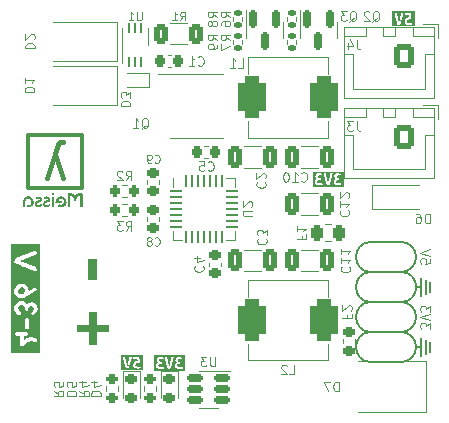
<source format=gbo>
G04 #@! TF.GenerationSoftware,KiCad,Pcbnew,7.0.1*
G04 #@! TF.CreationDate,2023-07-10T19:39:26+02:00*
G04 #@! TF.ProjectId,orion_power,6f72696f-6e5f-4706-9f77-65722e6b6963,2*
G04 #@! TF.SameCoordinates,Original*
G04 #@! TF.FileFunction,Legend,Bot*
G04 #@! TF.FilePolarity,Positive*
%FSLAX46Y46*%
G04 Gerber Fmt 4.6, Leading zero omitted, Abs format (unit mm)*
G04 Created by KiCad (PCBNEW 7.0.1) date 2023-07-10 19:39:26*
%MOMM*%
%LPD*%
G01*
G04 APERTURE LIST*
G04 Aperture macros list*
%AMRoundRect*
0 Rectangle with rounded corners*
0 $1 Rounding radius*
0 $2 $3 $4 $5 $6 $7 $8 $9 X,Y pos of 4 corners*
0 Add a 4 corners polygon primitive as box body*
4,1,4,$2,$3,$4,$5,$6,$7,$8,$9,$2,$3,0*
0 Add four circle primitives for the rounded corners*
1,1,$1+$1,$2,$3*
1,1,$1+$1,$4,$5*
1,1,$1+$1,$6,$7*
1,1,$1+$1,$8,$9*
0 Add four rect primitives between the rounded corners*
20,1,$1+$1,$2,$3,$4,$5,0*
20,1,$1+$1,$4,$5,$6,$7,0*
20,1,$1+$1,$6,$7,$8,$9,0*
20,1,$1+$1,$8,$9,$2,$3,0*%
G04 Aperture macros list end*
%ADD10C,0.150000*%
%ADD11C,0.300000*%
%ADD12C,0.100000*%
%ADD13C,0.400000*%
%ADD14C,0.120000*%
%ADD15R,1.700000X1.700000*%
%ADD16O,1.700000X1.700000*%
%ADD17C,1.400000*%
%ADD18R,3.500000X3.500000*%
%ADD19C,3.500000*%
%ADD20C,2.200000*%
%ADD21RoundRect,0.135000X-0.185000X0.135000X-0.185000X-0.135000X0.185000X-0.135000X0.185000X0.135000X0*%
%ADD22RoundRect,0.150000X-0.150000X0.587500X-0.150000X-0.587500X0.150000X-0.587500X0.150000X0.587500X0*%
%ADD23RoundRect,0.225000X-0.250000X0.225000X-0.250000X-0.225000X0.250000X-0.225000X0.250000X0.225000X0*%
%ADD24RoundRect,0.200000X0.275000X-0.200000X0.275000X0.200000X-0.275000X0.200000X-0.275000X-0.200000X0*%
%ADD25RoundRect,0.218750X0.256250X-0.218750X0.256250X0.218750X-0.256250X0.218750X-0.256250X-0.218750X0*%
%ADD26RoundRect,0.200000X0.200000X0.275000X-0.200000X0.275000X-0.200000X-0.275000X0.200000X-0.275000X0*%
%ADD27RoundRect,0.135000X0.185000X-0.135000X0.185000X0.135000X-0.185000X0.135000X-0.185000X-0.135000X0*%
%ADD28R,2.500000X2.300000*%
%ADD29RoundRect,0.250000X-0.325000X-0.650000X0.325000X-0.650000X0.325000X0.650000X-0.325000X0.650000X0*%
%ADD30RoundRect,0.250000X0.325000X0.650000X-0.325000X0.650000X-0.325000X-0.650000X0.325000X-0.650000X0*%
%ADD31RoundRect,0.062500X0.062500X-0.350000X0.062500X0.350000X-0.062500X0.350000X-0.062500X-0.350000X0*%
%ADD32R,1.350000X1.650000*%
%ADD33R,2.500000X1.800000*%
%ADD34RoundRect,0.062500X-0.062500X0.425000X-0.062500X-0.425000X0.062500X-0.425000X0.062500X0.425000X0*%
%ADD35RoundRect,0.062500X-0.425000X0.062500X-0.425000X-0.062500X0.425000X-0.062500X0.425000X0.062500X0*%
%ADD36R,3.250000X3.250000*%
%ADD37R,0.600000X0.700000*%
%ADD38R,0.650000X0.500000*%
%ADD39R,4.120000X4.600000*%
%ADD40R,0.550000X0.500000*%
%ADD41RoundRect,0.250000X0.600000X0.750000X-0.600000X0.750000X-0.600000X-0.750000X0.600000X-0.750000X0*%
%ADD42O,1.700000X2.000000*%
%ADD43RoundRect,0.243750X-0.243750X-0.456250X0.243750X-0.456250X0.243750X0.456250X-0.243750X0.456250X0*%
%ADD44RoundRect,0.225000X0.225000X0.250000X-0.225000X0.250000X-0.225000X-0.250000X0.225000X-0.250000X0*%
%ADD45RoundRect,0.250000X0.312500X0.625000X-0.312500X0.625000X-0.312500X-0.625000X0.312500X-0.625000X0*%
%ADD46RoundRect,0.150000X0.512500X0.150000X-0.512500X0.150000X-0.512500X-0.150000X0.512500X-0.150000X0*%
%ADD47RoundRect,0.587500X-0.587500X-1.162500X0.587500X-1.162500X0.587500X1.162500X-0.587500X1.162500X0*%
%ADD48R,0.900000X1.200000*%
%ADD49RoundRect,0.218750X-0.256250X0.218750X-0.256250X-0.218750X0.256250X-0.218750X0.256250X0.218750X0*%
G04 APERTURE END LIST*
D10*
X117754999Y-78890000D02*
X115204999Y-78890000D01*
X119829999Y-80755000D02*
X119829999Y-79555000D01*
X117750000Y-76350000D02*
X115200000Y-76350000D01*
X117754999Y-73810000D02*
X115204999Y-73810000D01*
X117754999Y-81430000D02*
X115204999Y-81430000D01*
X115204999Y-78880000D02*
G75*
G03*
X115204999Y-81430000I1J-1275000D01*
G01*
X115200000Y-73800000D02*
X117750000Y-73800000D01*
X119025000Y-75075000D02*
X119425000Y-75075000D01*
X117750000Y-76350000D02*
G75*
G03*
X117750000Y-73800000I0J1275000D01*
G01*
X115200000Y-73800000D02*
G75*
G03*
X115200000Y-76350000I0J-1275000D01*
G01*
X115204999Y-76340000D02*
X117754999Y-76340000D01*
X115204999Y-78880000D02*
X117754999Y-78880000D01*
X119029999Y-80155000D02*
X119429999Y-80155000D01*
X120225000Y-75475000D02*
X120225000Y-74675000D01*
X115204999Y-71260000D02*
G75*
G03*
X115204999Y-73810000I1J-1275000D01*
G01*
X119429999Y-80955000D02*
X119429999Y-79355000D01*
D11*
X86200000Y-62200000D02*
X90700000Y-62200000D01*
X90700000Y-66700000D01*
X86200000Y-66700000D01*
X86200000Y-62200000D01*
D10*
X119425000Y-75875000D02*
X119425000Y-74275000D01*
X117754999Y-73810000D02*
G75*
G03*
X117754999Y-71260000I1J1275000D01*
G01*
X117754999Y-81430000D02*
G75*
G03*
X117754999Y-78880000I1J1275000D01*
G01*
X115204999Y-71260000D02*
X117754999Y-71260000D01*
X119825000Y-75675000D02*
X119825000Y-74475000D01*
X120229999Y-80555000D02*
X120229999Y-79755000D01*
X115204999Y-76340000D02*
G75*
G03*
X115204999Y-78890000I1J-1275000D01*
G01*
X117754999Y-78890000D02*
G75*
G03*
X117754999Y-76340000I1J1275000D01*
G01*
D12*
X120174903Y-72687380D02*
X120174903Y-73068332D01*
X120174903Y-73068332D02*
X119793951Y-73106428D01*
X119793951Y-73106428D02*
X119832046Y-73068332D01*
X119832046Y-73068332D02*
X119870141Y-72992142D01*
X119870141Y-72992142D02*
X119870141Y-72801666D01*
X119870141Y-72801666D02*
X119832046Y-72725475D01*
X119832046Y-72725475D02*
X119793951Y-72687380D01*
X119793951Y-72687380D02*
X119717760Y-72649285D01*
X119717760Y-72649285D02*
X119527284Y-72649285D01*
X119527284Y-72649285D02*
X119451094Y-72687380D01*
X119451094Y-72687380D02*
X119412999Y-72725475D01*
X119412999Y-72725475D02*
X119374903Y-72801666D01*
X119374903Y-72801666D02*
X119374903Y-72992142D01*
X119374903Y-72992142D02*
X119412999Y-73068332D01*
X119412999Y-73068332D02*
X119451094Y-73106428D01*
X120174903Y-72420713D02*
X119374903Y-72154046D01*
X119374903Y-72154046D02*
X120174903Y-71887380D01*
D13*
X88449999Y-63837857D02*
X89164285Y-65837857D01*
X89164285Y-62837857D02*
X88878571Y-62837857D01*
X88878571Y-62837857D02*
X88735714Y-62980714D01*
X88735714Y-62980714D02*
X88449999Y-63837857D01*
X88449999Y-63837857D02*
X87735714Y-65837857D01*
D12*
X120174903Y-78605476D02*
X120174903Y-78110238D01*
X120174903Y-78110238D02*
X119870141Y-78376904D01*
X119870141Y-78376904D02*
X119870141Y-78262619D01*
X119870141Y-78262619D02*
X119832046Y-78186428D01*
X119832046Y-78186428D02*
X119793951Y-78148333D01*
X119793951Y-78148333D02*
X119717760Y-78110238D01*
X119717760Y-78110238D02*
X119527284Y-78110238D01*
X119527284Y-78110238D02*
X119451094Y-78148333D01*
X119451094Y-78148333D02*
X119412999Y-78186428D01*
X119412999Y-78186428D02*
X119374903Y-78262619D01*
X119374903Y-78262619D02*
X119374903Y-78491190D01*
X119374903Y-78491190D02*
X119412999Y-78567381D01*
X119412999Y-78567381D02*
X119451094Y-78605476D01*
X120174903Y-77881666D02*
X119374903Y-77614999D01*
X119374903Y-77614999D02*
X120174903Y-77348333D01*
X120174903Y-77157857D02*
X120174903Y-76662619D01*
X120174903Y-76662619D02*
X119870141Y-76929285D01*
X119870141Y-76929285D02*
X119870141Y-76815000D01*
X119870141Y-76815000D02*
X119832046Y-76738809D01*
X119832046Y-76738809D02*
X119793951Y-76700714D01*
X119793951Y-76700714D02*
X119717760Y-76662619D01*
X119717760Y-76662619D02*
X119527284Y-76662619D01*
X119527284Y-76662619D02*
X119451094Y-76700714D01*
X119451094Y-76700714D02*
X119412999Y-76738809D01*
X119412999Y-76738809D02*
X119374903Y-76815000D01*
X119374903Y-76815000D02*
X119374903Y-77043571D01*
X119374903Y-77043571D02*
X119412999Y-77119762D01*
X119412999Y-77119762D02*
X119451094Y-77157857D01*
X103295095Y-52241667D02*
X102914142Y-51975000D01*
X103295095Y-51784524D02*
X102495095Y-51784524D01*
X102495095Y-51784524D02*
X102495095Y-52089286D01*
X102495095Y-52089286D02*
X102533190Y-52165476D01*
X102533190Y-52165476D02*
X102571285Y-52203571D01*
X102571285Y-52203571D02*
X102647476Y-52241667D01*
X102647476Y-52241667D02*
X102761761Y-52241667D01*
X102761761Y-52241667D02*
X102837952Y-52203571D01*
X102837952Y-52203571D02*
X102876047Y-52165476D01*
X102876047Y-52165476D02*
X102914142Y-52089286D01*
X102914142Y-52089286D02*
X102914142Y-51784524D01*
X102495095Y-52927381D02*
X102495095Y-52775000D01*
X102495095Y-52775000D02*
X102533190Y-52698809D01*
X102533190Y-52698809D02*
X102571285Y-52660714D01*
X102571285Y-52660714D02*
X102685571Y-52584524D01*
X102685571Y-52584524D02*
X102837952Y-52546428D01*
X102837952Y-52546428D02*
X103142714Y-52546428D01*
X103142714Y-52546428D02*
X103218904Y-52584524D01*
X103218904Y-52584524D02*
X103257000Y-52622619D01*
X103257000Y-52622619D02*
X103295095Y-52698809D01*
X103295095Y-52698809D02*
X103295095Y-52851190D01*
X103295095Y-52851190D02*
X103257000Y-52927381D01*
X103257000Y-52927381D02*
X103218904Y-52965476D01*
X103218904Y-52965476D02*
X103142714Y-53003571D01*
X103142714Y-53003571D02*
X102952238Y-53003571D01*
X102952238Y-53003571D02*
X102876047Y-52965476D01*
X102876047Y-52965476D02*
X102837952Y-52927381D01*
X102837952Y-52927381D02*
X102799857Y-52851190D01*
X102799857Y-52851190D02*
X102799857Y-52698809D01*
X102799857Y-52698809D02*
X102837952Y-52622619D01*
X102837952Y-52622619D02*
X102876047Y-52584524D01*
X102876047Y-52584524D02*
X102952238Y-52546428D01*
X113376190Y-52596285D02*
X113452380Y-52558190D01*
X113452380Y-52558190D02*
X113528571Y-52482000D01*
X113528571Y-52482000D02*
X113642857Y-52367714D01*
X113642857Y-52367714D02*
X113719047Y-52329619D01*
X113719047Y-52329619D02*
X113795238Y-52329619D01*
X113757142Y-52520095D02*
X113833333Y-52482000D01*
X113833333Y-52482000D02*
X113909523Y-52405809D01*
X113909523Y-52405809D02*
X113947619Y-52253428D01*
X113947619Y-52253428D02*
X113947619Y-51986761D01*
X113947619Y-51986761D02*
X113909523Y-51834380D01*
X113909523Y-51834380D02*
X113833333Y-51758190D01*
X113833333Y-51758190D02*
X113757142Y-51720095D01*
X113757142Y-51720095D02*
X113604761Y-51720095D01*
X113604761Y-51720095D02*
X113528571Y-51758190D01*
X113528571Y-51758190D02*
X113452380Y-51834380D01*
X113452380Y-51834380D02*
X113414285Y-51986761D01*
X113414285Y-51986761D02*
X113414285Y-52253428D01*
X113414285Y-52253428D02*
X113452380Y-52405809D01*
X113452380Y-52405809D02*
X113528571Y-52482000D01*
X113528571Y-52482000D02*
X113604761Y-52520095D01*
X113604761Y-52520095D02*
X113757142Y-52520095D01*
X113147619Y-51720095D02*
X112652381Y-51720095D01*
X112652381Y-51720095D02*
X112919047Y-52024857D01*
X112919047Y-52024857D02*
X112804762Y-52024857D01*
X112804762Y-52024857D02*
X112728571Y-52062952D01*
X112728571Y-52062952D02*
X112690476Y-52101047D01*
X112690476Y-52101047D02*
X112652381Y-52177238D01*
X112652381Y-52177238D02*
X112652381Y-52367714D01*
X112652381Y-52367714D02*
X112690476Y-52443904D01*
X112690476Y-52443904D02*
X112728571Y-52482000D01*
X112728571Y-52482000D02*
X112804762Y-52520095D01*
X112804762Y-52520095D02*
X113033333Y-52520095D01*
X113033333Y-52520095D02*
X113109524Y-52482000D01*
X113109524Y-52482000D02*
X113147619Y-52443904D01*
X102175095Y-52241667D02*
X101794142Y-51975000D01*
X102175095Y-51784524D02*
X101375095Y-51784524D01*
X101375095Y-51784524D02*
X101375095Y-52089286D01*
X101375095Y-52089286D02*
X101413190Y-52165476D01*
X101413190Y-52165476D02*
X101451285Y-52203571D01*
X101451285Y-52203571D02*
X101527476Y-52241667D01*
X101527476Y-52241667D02*
X101641761Y-52241667D01*
X101641761Y-52241667D02*
X101717952Y-52203571D01*
X101717952Y-52203571D02*
X101756047Y-52165476D01*
X101756047Y-52165476D02*
X101794142Y-52089286D01*
X101794142Y-52089286D02*
X101794142Y-51784524D01*
X101717952Y-52698809D02*
X101679857Y-52622619D01*
X101679857Y-52622619D02*
X101641761Y-52584524D01*
X101641761Y-52584524D02*
X101565571Y-52546428D01*
X101565571Y-52546428D02*
X101527476Y-52546428D01*
X101527476Y-52546428D02*
X101451285Y-52584524D01*
X101451285Y-52584524D02*
X101413190Y-52622619D01*
X101413190Y-52622619D02*
X101375095Y-52698809D01*
X101375095Y-52698809D02*
X101375095Y-52851190D01*
X101375095Y-52851190D02*
X101413190Y-52927381D01*
X101413190Y-52927381D02*
X101451285Y-52965476D01*
X101451285Y-52965476D02*
X101527476Y-53003571D01*
X101527476Y-53003571D02*
X101565571Y-53003571D01*
X101565571Y-53003571D02*
X101641761Y-52965476D01*
X101641761Y-52965476D02*
X101679857Y-52927381D01*
X101679857Y-52927381D02*
X101717952Y-52851190D01*
X101717952Y-52851190D02*
X101717952Y-52698809D01*
X101717952Y-52698809D02*
X101756047Y-52622619D01*
X101756047Y-52622619D02*
X101794142Y-52584524D01*
X101794142Y-52584524D02*
X101870333Y-52546428D01*
X101870333Y-52546428D02*
X102022714Y-52546428D01*
X102022714Y-52546428D02*
X102098904Y-52584524D01*
X102098904Y-52584524D02*
X102137000Y-52622619D01*
X102137000Y-52622619D02*
X102175095Y-52698809D01*
X102175095Y-52698809D02*
X102175095Y-52851190D01*
X102175095Y-52851190D02*
X102137000Y-52927381D01*
X102137000Y-52927381D02*
X102098904Y-52965476D01*
X102098904Y-52965476D02*
X102022714Y-53003571D01*
X102022714Y-53003571D02*
X101870333Y-53003571D01*
X101870333Y-53003571D02*
X101794142Y-52965476D01*
X101794142Y-52965476D02*
X101756047Y-52927381D01*
X101756047Y-52927381D02*
X101717952Y-52851190D01*
X96891666Y-71507166D02*
X96924999Y-71540500D01*
X96924999Y-71540500D02*
X97024999Y-71573833D01*
X97024999Y-71573833D02*
X97091666Y-71573833D01*
X97091666Y-71573833D02*
X97191666Y-71540500D01*
X97191666Y-71540500D02*
X97258333Y-71473833D01*
X97258333Y-71473833D02*
X97291666Y-71407166D01*
X97291666Y-71407166D02*
X97324999Y-71273833D01*
X97324999Y-71273833D02*
X97324999Y-71173833D01*
X97324999Y-71173833D02*
X97291666Y-71040500D01*
X97291666Y-71040500D02*
X97258333Y-70973833D01*
X97258333Y-70973833D02*
X97191666Y-70907166D01*
X97191666Y-70907166D02*
X97091666Y-70873833D01*
X97091666Y-70873833D02*
X97024999Y-70873833D01*
X97024999Y-70873833D02*
X96924999Y-70907166D01*
X96924999Y-70907166D02*
X96891666Y-70940500D01*
X96491666Y-71173833D02*
X96558333Y-71140500D01*
X96558333Y-71140500D02*
X96591666Y-71107166D01*
X96591666Y-71107166D02*
X96624999Y-71040500D01*
X96624999Y-71040500D02*
X96624999Y-71007166D01*
X96624999Y-71007166D02*
X96591666Y-70940500D01*
X96591666Y-70940500D02*
X96558333Y-70907166D01*
X96558333Y-70907166D02*
X96491666Y-70873833D01*
X96491666Y-70873833D02*
X96358333Y-70873833D01*
X96358333Y-70873833D02*
X96291666Y-70907166D01*
X96291666Y-70907166D02*
X96258333Y-70940500D01*
X96258333Y-70940500D02*
X96224999Y-71007166D01*
X96224999Y-71007166D02*
X96224999Y-71040500D01*
X96224999Y-71040500D02*
X96258333Y-71107166D01*
X96258333Y-71107166D02*
X96291666Y-71140500D01*
X96291666Y-71140500D02*
X96358333Y-71173833D01*
X96358333Y-71173833D02*
X96491666Y-71173833D01*
X96491666Y-71173833D02*
X96558333Y-71207166D01*
X96558333Y-71207166D02*
X96591666Y-71240500D01*
X96591666Y-71240500D02*
X96624999Y-71307166D01*
X96624999Y-71307166D02*
X96624999Y-71440500D01*
X96624999Y-71440500D02*
X96591666Y-71507166D01*
X96591666Y-71507166D02*
X96558333Y-71540500D01*
X96558333Y-71540500D02*
X96491666Y-71573833D01*
X96491666Y-71573833D02*
X96358333Y-71573833D01*
X96358333Y-71573833D02*
X96291666Y-71540500D01*
X96291666Y-71540500D02*
X96258333Y-71507166D01*
X96258333Y-71507166D02*
X96224999Y-71440500D01*
X96224999Y-71440500D02*
X96224999Y-71307166D01*
X96224999Y-71307166D02*
X96258333Y-71240500D01*
X96258333Y-71240500D02*
X96291666Y-71207166D01*
X96291666Y-71207166D02*
X96358333Y-71173833D01*
X88329904Y-83839285D02*
X88710857Y-84105952D01*
X88329904Y-84296428D02*
X89129904Y-84296428D01*
X89129904Y-84296428D02*
X89129904Y-83991666D01*
X89129904Y-83991666D02*
X89091809Y-83915476D01*
X89091809Y-83915476D02*
X89053714Y-83877381D01*
X89053714Y-83877381D02*
X88977523Y-83839285D01*
X88977523Y-83839285D02*
X88863238Y-83839285D01*
X88863238Y-83839285D02*
X88787047Y-83877381D01*
X88787047Y-83877381D02*
X88748952Y-83915476D01*
X88748952Y-83915476D02*
X88710857Y-83991666D01*
X88710857Y-83991666D02*
X88710857Y-84296428D01*
X89129904Y-83115476D02*
X89129904Y-83496428D01*
X89129904Y-83496428D02*
X88748952Y-83534524D01*
X88748952Y-83534524D02*
X88787047Y-83496428D01*
X88787047Y-83496428D02*
X88825142Y-83420238D01*
X88825142Y-83420238D02*
X88825142Y-83229762D01*
X88825142Y-83229762D02*
X88787047Y-83153571D01*
X88787047Y-83153571D02*
X88748952Y-83115476D01*
X88748952Y-83115476D02*
X88672761Y-83077381D01*
X88672761Y-83077381D02*
X88482285Y-83077381D01*
X88482285Y-83077381D02*
X88406095Y-83115476D01*
X88406095Y-83115476D02*
X88368000Y-83153571D01*
X88368000Y-83153571D02*
X88329904Y-83229762D01*
X88329904Y-83229762D02*
X88329904Y-83420238D01*
X88329904Y-83420238D02*
X88368000Y-83496428D01*
X88368000Y-83496428D02*
X88406095Y-83534524D01*
X113198952Y-77467857D02*
X113198952Y-77734523D01*
X112779904Y-77734523D02*
X113579904Y-77734523D01*
X113579904Y-77734523D02*
X113579904Y-77353571D01*
X113503714Y-77086905D02*
X113541809Y-77048809D01*
X113541809Y-77048809D02*
X113579904Y-76972619D01*
X113579904Y-76972619D02*
X113579904Y-76782143D01*
X113579904Y-76782143D02*
X113541809Y-76705952D01*
X113541809Y-76705952D02*
X113503714Y-76667857D01*
X113503714Y-76667857D02*
X113427523Y-76629762D01*
X113427523Y-76629762D02*
X113351333Y-76629762D01*
X113351333Y-76629762D02*
X113237047Y-76667857D01*
X113237047Y-76667857D02*
X112779904Y-77125000D01*
X112779904Y-77125000D02*
X112779904Y-76629762D01*
X94458332Y-66020095D02*
X94724999Y-65639142D01*
X94915475Y-66020095D02*
X94915475Y-65220095D01*
X94915475Y-65220095D02*
X94610713Y-65220095D01*
X94610713Y-65220095D02*
X94534523Y-65258190D01*
X94534523Y-65258190D02*
X94496428Y-65296285D01*
X94496428Y-65296285D02*
X94458332Y-65372476D01*
X94458332Y-65372476D02*
X94458332Y-65486761D01*
X94458332Y-65486761D02*
X94496428Y-65562952D01*
X94496428Y-65562952D02*
X94534523Y-65601047D01*
X94534523Y-65601047D02*
X94610713Y-65639142D01*
X94610713Y-65639142D02*
X94915475Y-65639142D01*
X94153571Y-65296285D02*
X94115475Y-65258190D01*
X94115475Y-65258190D02*
X94039285Y-65220095D01*
X94039285Y-65220095D02*
X93848809Y-65220095D01*
X93848809Y-65220095D02*
X93772618Y-65258190D01*
X93772618Y-65258190D02*
X93734523Y-65296285D01*
X93734523Y-65296285D02*
X93696428Y-65372476D01*
X93696428Y-65372476D02*
X93696428Y-65448666D01*
X93696428Y-65448666D02*
X93734523Y-65562952D01*
X93734523Y-65562952D02*
X94191666Y-66020095D01*
X94191666Y-66020095D02*
X93696428Y-66020095D01*
X103270095Y-54191667D02*
X102889142Y-53925000D01*
X103270095Y-53734524D02*
X102470095Y-53734524D01*
X102470095Y-53734524D02*
X102470095Y-54039286D01*
X102470095Y-54039286D02*
X102508190Y-54115476D01*
X102508190Y-54115476D02*
X102546285Y-54153571D01*
X102546285Y-54153571D02*
X102622476Y-54191667D01*
X102622476Y-54191667D02*
X102736761Y-54191667D01*
X102736761Y-54191667D02*
X102812952Y-54153571D01*
X102812952Y-54153571D02*
X102851047Y-54115476D01*
X102851047Y-54115476D02*
X102889142Y-54039286D01*
X102889142Y-54039286D02*
X102889142Y-53734524D01*
X102470095Y-54458333D02*
X102470095Y-54991667D01*
X102470095Y-54991667D02*
X103270095Y-54648809D01*
X90504904Y-83839285D02*
X90885857Y-84105952D01*
X90504904Y-84296428D02*
X91304904Y-84296428D01*
X91304904Y-84296428D02*
X91304904Y-83991666D01*
X91304904Y-83991666D02*
X91266809Y-83915476D01*
X91266809Y-83915476D02*
X91228714Y-83877381D01*
X91228714Y-83877381D02*
X91152523Y-83839285D01*
X91152523Y-83839285D02*
X91038238Y-83839285D01*
X91038238Y-83839285D02*
X90962047Y-83877381D01*
X90962047Y-83877381D02*
X90923952Y-83915476D01*
X90923952Y-83915476D02*
X90885857Y-83991666D01*
X90885857Y-83991666D02*
X90885857Y-84296428D01*
X91038238Y-83153571D02*
X90504904Y-83153571D01*
X91343000Y-83344047D02*
X90771571Y-83534524D01*
X90771571Y-83534524D02*
X90771571Y-83039285D01*
X112465475Y-83895095D02*
X112465475Y-83095095D01*
X112465475Y-83095095D02*
X112274999Y-83095095D01*
X112274999Y-83095095D02*
X112160713Y-83133190D01*
X112160713Y-83133190D02*
X112084523Y-83209380D01*
X112084523Y-83209380D02*
X112046428Y-83285571D01*
X112046428Y-83285571D02*
X112008332Y-83437952D01*
X112008332Y-83437952D02*
X112008332Y-83552238D01*
X112008332Y-83552238D02*
X112046428Y-83704619D01*
X112046428Y-83704619D02*
X112084523Y-83780809D01*
X112084523Y-83780809D02*
X112160713Y-83857000D01*
X112160713Y-83857000D02*
X112274999Y-83895095D01*
X112274999Y-83895095D02*
X112465475Y-83895095D01*
X111741666Y-83095095D02*
X111208332Y-83095095D01*
X111208332Y-83095095D02*
X111551190Y-83895095D01*
X105581095Y-66189285D02*
X105543000Y-66227381D01*
X105543000Y-66227381D02*
X105504904Y-66341666D01*
X105504904Y-66341666D02*
X105504904Y-66417857D01*
X105504904Y-66417857D02*
X105543000Y-66532143D01*
X105543000Y-66532143D02*
X105619190Y-66608333D01*
X105619190Y-66608333D02*
X105695380Y-66646428D01*
X105695380Y-66646428D02*
X105847761Y-66684524D01*
X105847761Y-66684524D02*
X105962047Y-66684524D01*
X105962047Y-66684524D02*
X106114428Y-66646428D01*
X106114428Y-66646428D02*
X106190619Y-66608333D01*
X106190619Y-66608333D02*
X106266809Y-66532143D01*
X106266809Y-66532143D02*
X106304904Y-66417857D01*
X106304904Y-66417857D02*
X106304904Y-66341666D01*
X106304904Y-66341666D02*
X106266809Y-66227381D01*
X106266809Y-66227381D02*
X106228714Y-66189285D01*
X106228714Y-65884524D02*
X106266809Y-65846428D01*
X106266809Y-65846428D02*
X106304904Y-65770238D01*
X106304904Y-65770238D02*
X106304904Y-65579762D01*
X106304904Y-65579762D02*
X106266809Y-65503571D01*
X106266809Y-65503571D02*
X106228714Y-65465476D01*
X106228714Y-65465476D02*
X106152523Y-65427381D01*
X106152523Y-65427381D02*
X106076333Y-65427381D01*
X106076333Y-65427381D02*
X105962047Y-65465476D01*
X105962047Y-65465476D02*
X105504904Y-65922619D01*
X105504904Y-65922619D02*
X105504904Y-65427381D01*
X94458332Y-70295095D02*
X94724999Y-69914142D01*
X94915475Y-70295095D02*
X94915475Y-69495095D01*
X94915475Y-69495095D02*
X94610713Y-69495095D01*
X94610713Y-69495095D02*
X94534523Y-69533190D01*
X94534523Y-69533190D02*
X94496428Y-69571285D01*
X94496428Y-69571285D02*
X94458332Y-69647476D01*
X94458332Y-69647476D02*
X94458332Y-69761761D01*
X94458332Y-69761761D02*
X94496428Y-69837952D01*
X94496428Y-69837952D02*
X94534523Y-69876047D01*
X94534523Y-69876047D02*
X94610713Y-69914142D01*
X94610713Y-69914142D02*
X94915475Y-69914142D01*
X94191666Y-69495095D02*
X93696428Y-69495095D01*
X93696428Y-69495095D02*
X93963094Y-69799857D01*
X93963094Y-69799857D02*
X93848809Y-69799857D01*
X93848809Y-69799857D02*
X93772618Y-69837952D01*
X93772618Y-69837952D02*
X93734523Y-69876047D01*
X93734523Y-69876047D02*
X93696428Y-69952238D01*
X93696428Y-69952238D02*
X93696428Y-70142714D01*
X93696428Y-70142714D02*
X93734523Y-70218904D01*
X93734523Y-70218904D02*
X93772618Y-70257000D01*
X93772618Y-70257000D02*
X93848809Y-70295095D01*
X93848809Y-70295095D02*
X94077380Y-70295095D01*
X94077380Y-70295095D02*
X94153571Y-70257000D01*
X94153571Y-70257000D02*
X94191666Y-70218904D01*
X112731095Y-73339285D02*
X112693000Y-73377381D01*
X112693000Y-73377381D02*
X112654904Y-73491666D01*
X112654904Y-73491666D02*
X112654904Y-73567857D01*
X112654904Y-73567857D02*
X112693000Y-73682143D01*
X112693000Y-73682143D02*
X112769190Y-73758333D01*
X112769190Y-73758333D02*
X112845380Y-73796428D01*
X112845380Y-73796428D02*
X112997761Y-73834524D01*
X112997761Y-73834524D02*
X113112047Y-73834524D01*
X113112047Y-73834524D02*
X113264428Y-73796428D01*
X113264428Y-73796428D02*
X113340619Y-73758333D01*
X113340619Y-73758333D02*
X113416809Y-73682143D01*
X113416809Y-73682143D02*
X113454904Y-73567857D01*
X113454904Y-73567857D02*
X113454904Y-73491666D01*
X113454904Y-73491666D02*
X113416809Y-73377381D01*
X113416809Y-73377381D02*
X113378714Y-73339285D01*
X112654904Y-72577381D02*
X112654904Y-73034524D01*
X112654904Y-72805952D02*
X113454904Y-72805952D01*
X113454904Y-72805952D02*
X113340619Y-72882143D01*
X113340619Y-72882143D02*
X113264428Y-72958333D01*
X113264428Y-72958333D02*
X113226333Y-73034524D01*
X112654904Y-71815476D02*
X112654904Y-72272619D01*
X112654904Y-72044047D02*
X113454904Y-72044047D01*
X113454904Y-72044047D02*
X113340619Y-72120238D01*
X113340619Y-72120238D02*
X113264428Y-72196428D01*
X113264428Y-72196428D02*
X113226333Y-72272619D01*
X95783333Y-51798833D02*
X95783333Y-52365500D01*
X95783333Y-52365500D02*
X95750000Y-52432166D01*
X95750000Y-52432166D02*
X95716666Y-52465500D01*
X95716666Y-52465500D02*
X95650000Y-52498833D01*
X95650000Y-52498833D02*
X95516666Y-52498833D01*
X95516666Y-52498833D02*
X95450000Y-52465500D01*
X95450000Y-52465500D02*
X95416666Y-52432166D01*
X95416666Y-52432166D02*
X95383333Y-52365500D01*
X95383333Y-52365500D02*
X95383333Y-51798833D01*
X94683333Y-52498833D02*
X95083333Y-52498833D01*
X94883333Y-52498833D02*
X94883333Y-51798833D01*
X94883333Y-51798833D02*
X94950000Y-51898833D01*
X94950000Y-51898833D02*
X95016667Y-51965500D01*
X95016667Y-51965500D02*
X95083333Y-51998833D01*
X85929904Y-54865475D02*
X86729904Y-54865475D01*
X86729904Y-54865475D02*
X86729904Y-54674999D01*
X86729904Y-54674999D02*
X86691809Y-54560713D01*
X86691809Y-54560713D02*
X86615619Y-54484523D01*
X86615619Y-54484523D02*
X86539428Y-54446428D01*
X86539428Y-54446428D02*
X86387047Y-54408332D01*
X86387047Y-54408332D02*
X86272761Y-54408332D01*
X86272761Y-54408332D02*
X86120380Y-54446428D01*
X86120380Y-54446428D02*
X86044190Y-54484523D01*
X86044190Y-54484523D02*
X85968000Y-54560713D01*
X85968000Y-54560713D02*
X85929904Y-54674999D01*
X85929904Y-54674999D02*
X85929904Y-54865475D01*
X86653714Y-54103571D02*
X86691809Y-54065475D01*
X86691809Y-54065475D02*
X86729904Y-53989285D01*
X86729904Y-53989285D02*
X86729904Y-53798809D01*
X86729904Y-53798809D02*
X86691809Y-53722618D01*
X86691809Y-53722618D02*
X86653714Y-53684523D01*
X86653714Y-53684523D02*
X86577523Y-53646428D01*
X86577523Y-53646428D02*
X86501333Y-53646428D01*
X86501333Y-53646428D02*
X86387047Y-53684523D01*
X86387047Y-53684523D02*
X85929904Y-54141666D01*
X85929904Y-54141666D02*
X85929904Y-53646428D01*
X85904904Y-58565475D02*
X86704904Y-58565475D01*
X86704904Y-58565475D02*
X86704904Y-58374999D01*
X86704904Y-58374999D02*
X86666809Y-58260713D01*
X86666809Y-58260713D02*
X86590619Y-58184523D01*
X86590619Y-58184523D02*
X86514428Y-58146428D01*
X86514428Y-58146428D02*
X86362047Y-58108332D01*
X86362047Y-58108332D02*
X86247761Y-58108332D01*
X86247761Y-58108332D02*
X86095380Y-58146428D01*
X86095380Y-58146428D02*
X86019190Y-58184523D01*
X86019190Y-58184523D02*
X85943000Y-58260713D01*
X85943000Y-58260713D02*
X85904904Y-58374999D01*
X85904904Y-58374999D02*
X85904904Y-58565475D01*
X85904904Y-57346428D02*
X85904904Y-57803571D01*
X85904904Y-57574999D02*
X86704904Y-57574999D01*
X86704904Y-57574999D02*
X86590619Y-57651190D01*
X86590619Y-57651190D02*
X86514428Y-57727380D01*
X86514428Y-57727380D02*
X86476333Y-57803571D01*
X96891666Y-64507166D02*
X96924999Y-64540500D01*
X96924999Y-64540500D02*
X97024999Y-64573833D01*
X97024999Y-64573833D02*
X97091666Y-64573833D01*
X97091666Y-64573833D02*
X97191666Y-64540500D01*
X97191666Y-64540500D02*
X97258333Y-64473833D01*
X97258333Y-64473833D02*
X97291666Y-64407166D01*
X97291666Y-64407166D02*
X97324999Y-64273833D01*
X97324999Y-64273833D02*
X97324999Y-64173833D01*
X97324999Y-64173833D02*
X97291666Y-64040500D01*
X97291666Y-64040500D02*
X97258333Y-63973833D01*
X97258333Y-63973833D02*
X97191666Y-63907166D01*
X97191666Y-63907166D02*
X97091666Y-63873833D01*
X97091666Y-63873833D02*
X97024999Y-63873833D01*
X97024999Y-63873833D02*
X96924999Y-63907166D01*
X96924999Y-63907166D02*
X96891666Y-63940500D01*
X96558333Y-64573833D02*
X96424999Y-64573833D01*
X96424999Y-64573833D02*
X96358333Y-64540500D01*
X96358333Y-64540500D02*
X96324999Y-64507166D01*
X96324999Y-64507166D02*
X96258333Y-64407166D01*
X96258333Y-64407166D02*
X96224999Y-64273833D01*
X96224999Y-64273833D02*
X96224999Y-64007166D01*
X96224999Y-64007166D02*
X96258333Y-63940500D01*
X96258333Y-63940500D02*
X96291666Y-63907166D01*
X96291666Y-63907166D02*
X96358333Y-63873833D01*
X96358333Y-63873833D02*
X96491666Y-63873833D01*
X96491666Y-63873833D02*
X96558333Y-63907166D01*
X96558333Y-63907166D02*
X96591666Y-63940500D01*
X96591666Y-63940500D02*
X96624999Y-64007166D01*
X96624999Y-64007166D02*
X96624999Y-64173833D01*
X96624999Y-64173833D02*
X96591666Y-64240500D01*
X96591666Y-64240500D02*
X96558333Y-64273833D01*
X96558333Y-64273833D02*
X96491666Y-64307166D01*
X96491666Y-64307166D02*
X96358333Y-64307166D01*
X96358333Y-64307166D02*
X96291666Y-64273833D01*
X96291666Y-64273833D02*
X96258333Y-64240500D01*
X96258333Y-64240500D02*
X96224999Y-64173833D01*
X105631095Y-70977380D02*
X105593000Y-71015476D01*
X105593000Y-71015476D02*
X105554904Y-71129761D01*
X105554904Y-71129761D02*
X105554904Y-71205952D01*
X105554904Y-71205952D02*
X105593000Y-71320238D01*
X105593000Y-71320238D02*
X105669190Y-71396428D01*
X105669190Y-71396428D02*
X105745380Y-71434523D01*
X105745380Y-71434523D02*
X105897761Y-71472619D01*
X105897761Y-71472619D02*
X106012047Y-71472619D01*
X106012047Y-71472619D02*
X106164428Y-71434523D01*
X106164428Y-71434523D02*
X106240619Y-71396428D01*
X106240619Y-71396428D02*
X106316809Y-71320238D01*
X106316809Y-71320238D02*
X106354904Y-71205952D01*
X106354904Y-71205952D02*
X106354904Y-71129761D01*
X106354904Y-71129761D02*
X106316809Y-71015476D01*
X106316809Y-71015476D02*
X106278714Y-70977380D01*
X106354904Y-70710714D02*
X106354904Y-70215476D01*
X106354904Y-70215476D02*
X106050142Y-70482142D01*
X106050142Y-70482142D02*
X106050142Y-70367857D01*
X106050142Y-70367857D02*
X106012047Y-70291666D01*
X106012047Y-70291666D02*
X105973952Y-70253571D01*
X105973952Y-70253571D02*
X105897761Y-70215476D01*
X105897761Y-70215476D02*
X105707285Y-70215476D01*
X105707285Y-70215476D02*
X105631095Y-70253571D01*
X105631095Y-70253571D02*
X105593000Y-70291666D01*
X105593000Y-70291666D02*
X105554904Y-70367857D01*
X105554904Y-70367857D02*
X105554904Y-70596428D01*
X105554904Y-70596428D02*
X105593000Y-70672619D01*
X105593000Y-70672619D02*
X105631095Y-70710714D01*
X105154904Y-69059523D02*
X104507285Y-69059523D01*
X104507285Y-69059523D02*
X104431095Y-69021428D01*
X104431095Y-69021428D02*
X104393000Y-68983333D01*
X104393000Y-68983333D02*
X104354904Y-68907142D01*
X104354904Y-68907142D02*
X104354904Y-68754761D01*
X104354904Y-68754761D02*
X104393000Y-68678571D01*
X104393000Y-68678571D02*
X104431095Y-68640476D01*
X104431095Y-68640476D02*
X104507285Y-68602380D01*
X104507285Y-68602380D02*
X105154904Y-68602380D01*
X105078714Y-68259524D02*
X105116809Y-68221428D01*
X105116809Y-68221428D02*
X105154904Y-68145238D01*
X105154904Y-68145238D02*
X105154904Y-67954762D01*
X105154904Y-67954762D02*
X105116809Y-67878571D01*
X105116809Y-67878571D02*
X105078714Y-67840476D01*
X105078714Y-67840476D02*
X105002523Y-67802381D01*
X105002523Y-67802381D02*
X104926333Y-67802381D01*
X104926333Y-67802381D02*
X104812047Y-67840476D01*
X104812047Y-67840476D02*
X104354904Y-68297619D01*
X104354904Y-68297619D02*
X104354904Y-67802381D01*
X94004904Y-59771428D02*
X94804904Y-59771428D01*
X94804904Y-59771428D02*
X94804904Y-59580952D01*
X94804904Y-59580952D02*
X94766809Y-59466666D01*
X94766809Y-59466666D02*
X94690619Y-59390476D01*
X94690619Y-59390476D02*
X94614428Y-59352381D01*
X94614428Y-59352381D02*
X94462047Y-59314285D01*
X94462047Y-59314285D02*
X94347761Y-59314285D01*
X94347761Y-59314285D02*
X94195380Y-59352381D01*
X94195380Y-59352381D02*
X94119190Y-59390476D01*
X94119190Y-59390476D02*
X94043000Y-59466666D01*
X94043000Y-59466666D02*
X94004904Y-59580952D01*
X94004904Y-59580952D02*
X94004904Y-59771428D01*
X94804904Y-59047619D02*
X94804904Y-58552381D01*
X94804904Y-58552381D02*
X94500142Y-58819047D01*
X94500142Y-58819047D02*
X94500142Y-58704762D01*
X94500142Y-58704762D02*
X94462047Y-58628571D01*
X94462047Y-58628571D02*
X94423952Y-58590476D01*
X94423952Y-58590476D02*
X94347761Y-58552381D01*
X94347761Y-58552381D02*
X94157285Y-58552381D01*
X94157285Y-58552381D02*
X94081095Y-58590476D01*
X94081095Y-58590476D02*
X94043000Y-58628571D01*
X94043000Y-58628571D02*
X94004904Y-58704762D01*
X94004904Y-58704762D02*
X94004904Y-58933333D01*
X94004904Y-58933333D02*
X94043000Y-59009524D01*
X94043000Y-59009524D02*
X94081095Y-59047619D01*
X95776190Y-61671285D02*
X95852380Y-61633190D01*
X95852380Y-61633190D02*
X95928571Y-61557000D01*
X95928571Y-61557000D02*
X96042857Y-61442714D01*
X96042857Y-61442714D02*
X96119047Y-61404619D01*
X96119047Y-61404619D02*
X96195238Y-61404619D01*
X96157142Y-61595095D02*
X96233333Y-61557000D01*
X96233333Y-61557000D02*
X96309523Y-61480809D01*
X96309523Y-61480809D02*
X96347619Y-61328428D01*
X96347619Y-61328428D02*
X96347619Y-61061761D01*
X96347619Y-61061761D02*
X96309523Y-60909380D01*
X96309523Y-60909380D02*
X96233333Y-60833190D01*
X96233333Y-60833190D02*
X96157142Y-60795095D01*
X96157142Y-60795095D02*
X96004761Y-60795095D01*
X96004761Y-60795095D02*
X95928571Y-60833190D01*
X95928571Y-60833190D02*
X95852380Y-60909380D01*
X95852380Y-60909380D02*
X95814285Y-61061761D01*
X95814285Y-61061761D02*
X95814285Y-61328428D01*
X95814285Y-61328428D02*
X95852380Y-61480809D01*
X95852380Y-61480809D02*
X95928571Y-61557000D01*
X95928571Y-61557000D02*
X96004761Y-61595095D01*
X96004761Y-61595095D02*
X96157142Y-61595095D01*
X95052381Y-61595095D02*
X95509524Y-61595095D01*
X95280952Y-61595095D02*
X95280952Y-60795095D01*
X95280952Y-60795095D02*
X95357143Y-60909380D01*
X95357143Y-60909380D02*
X95433333Y-60985571D01*
X95433333Y-60985571D02*
X95509524Y-61023666D01*
X113991666Y-54145095D02*
X113991666Y-54716523D01*
X113991666Y-54716523D02*
X114029761Y-54830809D01*
X114029761Y-54830809D02*
X114105952Y-54907000D01*
X114105952Y-54907000D02*
X114220237Y-54945095D01*
X114220237Y-54945095D02*
X114296428Y-54945095D01*
X113267856Y-54411761D02*
X113267856Y-54945095D01*
X113458332Y-54107000D02*
X113648809Y-54678428D01*
X113648809Y-54678428D02*
X113153570Y-54678428D01*
X100301095Y-73283332D02*
X100263000Y-73321428D01*
X100263000Y-73321428D02*
X100224904Y-73435713D01*
X100224904Y-73435713D02*
X100224904Y-73511904D01*
X100224904Y-73511904D02*
X100263000Y-73626190D01*
X100263000Y-73626190D02*
X100339190Y-73702380D01*
X100339190Y-73702380D02*
X100415380Y-73740475D01*
X100415380Y-73740475D02*
X100567761Y-73778571D01*
X100567761Y-73778571D02*
X100682047Y-73778571D01*
X100682047Y-73778571D02*
X100834428Y-73740475D01*
X100834428Y-73740475D02*
X100910619Y-73702380D01*
X100910619Y-73702380D02*
X100986809Y-73626190D01*
X100986809Y-73626190D02*
X101024904Y-73511904D01*
X101024904Y-73511904D02*
X101024904Y-73435713D01*
X101024904Y-73435713D02*
X100986809Y-73321428D01*
X100986809Y-73321428D02*
X100948714Y-73283332D01*
X100758238Y-72597618D02*
X100224904Y-72597618D01*
X101063000Y-72788094D02*
X100491571Y-72978571D01*
X100491571Y-72978571D02*
X100491571Y-72483332D01*
X109323952Y-70741666D02*
X109323952Y-71008332D01*
X108904904Y-71008332D02*
X109704904Y-71008332D01*
X109704904Y-71008332D02*
X109704904Y-70627380D01*
X108904904Y-69903571D02*
X108904904Y-70360714D01*
X108904904Y-70132142D02*
X109704904Y-70132142D01*
X109704904Y-70132142D02*
X109590619Y-70208333D01*
X109590619Y-70208333D02*
X109514428Y-70284523D01*
X109514428Y-70284523D02*
X109476333Y-70360714D01*
X100539285Y-56268904D02*
X100577381Y-56307000D01*
X100577381Y-56307000D02*
X100691666Y-56345095D01*
X100691666Y-56345095D02*
X100767857Y-56345095D01*
X100767857Y-56345095D02*
X100882143Y-56307000D01*
X100882143Y-56307000D02*
X100958333Y-56230809D01*
X100958333Y-56230809D02*
X100996428Y-56154619D01*
X100996428Y-56154619D02*
X101034524Y-56002238D01*
X101034524Y-56002238D02*
X101034524Y-55887952D01*
X101034524Y-55887952D02*
X100996428Y-55735571D01*
X100996428Y-55735571D02*
X100958333Y-55659380D01*
X100958333Y-55659380D02*
X100882143Y-55583190D01*
X100882143Y-55583190D02*
X100767857Y-55545095D01*
X100767857Y-55545095D02*
X100691666Y-55545095D01*
X100691666Y-55545095D02*
X100577381Y-55583190D01*
X100577381Y-55583190D02*
X100539285Y-55621285D01*
X99777381Y-56345095D02*
X100234524Y-56345095D01*
X100005952Y-56345095D02*
X100005952Y-55545095D01*
X100005952Y-55545095D02*
X100082143Y-55659380D01*
X100082143Y-55659380D02*
X100158333Y-55735571D01*
X100158333Y-55735571D02*
X100234524Y-55773666D01*
X99041666Y-52498833D02*
X99274999Y-52165500D01*
X99441666Y-52498833D02*
X99441666Y-51798833D01*
X99441666Y-51798833D02*
X99174999Y-51798833D01*
X99174999Y-51798833D02*
X99108333Y-51832166D01*
X99108333Y-51832166D02*
X99074999Y-51865500D01*
X99074999Y-51865500D02*
X99041666Y-51932166D01*
X99041666Y-51932166D02*
X99041666Y-52032166D01*
X99041666Y-52032166D02*
X99074999Y-52098833D01*
X99074999Y-52098833D02*
X99108333Y-52132166D01*
X99108333Y-52132166D02*
X99174999Y-52165500D01*
X99174999Y-52165500D02*
X99441666Y-52165500D01*
X98374999Y-52498833D02*
X98774999Y-52498833D01*
X98574999Y-52498833D02*
X98574999Y-51798833D01*
X98574999Y-51798833D02*
X98641666Y-51898833D01*
X98641666Y-51898833D02*
X98708333Y-51965500D01*
X98708333Y-51965500D02*
X98774999Y-51998833D01*
X112631095Y-68564285D02*
X112593000Y-68602381D01*
X112593000Y-68602381D02*
X112554904Y-68716666D01*
X112554904Y-68716666D02*
X112554904Y-68792857D01*
X112554904Y-68792857D02*
X112593000Y-68907143D01*
X112593000Y-68907143D02*
X112669190Y-68983333D01*
X112669190Y-68983333D02*
X112745380Y-69021428D01*
X112745380Y-69021428D02*
X112897761Y-69059524D01*
X112897761Y-69059524D02*
X113012047Y-69059524D01*
X113012047Y-69059524D02*
X113164428Y-69021428D01*
X113164428Y-69021428D02*
X113240619Y-68983333D01*
X113240619Y-68983333D02*
X113316809Y-68907143D01*
X113316809Y-68907143D02*
X113354904Y-68792857D01*
X113354904Y-68792857D02*
X113354904Y-68716666D01*
X113354904Y-68716666D02*
X113316809Y-68602381D01*
X113316809Y-68602381D02*
X113278714Y-68564285D01*
X112554904Y-67802381D02*
X112554904Y-68259524D01*
X112554904Y-68030952D02*
X113354904Y-68030952D01*
X113354904Y-68030952D02*
X113240619Y-68107143D01*
X113240619Y-68107143D02*
X113164428Y-68183333D01*
X113164428Y-68183333D02*
X113126333Y-68259524D01*
X113278714Y-67497619D02*
X113316809Y-67459523D01*
X113316809Y-67459523D02*
X113354904Y-67383333D01*
X113354904Y-67383333D02*
X113354904Y-67192857D01*
X113354904Y-67192857D02*
X113316809Y-67116666D01*
X113316809Y-67116666D02*
X113278714Y-67078571D01*
X113278714Y-67078571D02*
X113202523Y-67040476D01*
X113202523Y-67040476D02*
X113126333Y-67040476D01*
X113126333Y-67040476D02*
X113012047Y-67078571D01*
X113012047Y-67078571D02*
X112554904Y-67535714D01*
X112554904Y-67535714D02*
X112554904Y-67040476D01*
X102034523Y-80995095D02*
X102034523Y-81642714D01*
X102034523Y-81642714D02*
X101996428Y-81718904D01*
X101996428Y-81718904D02*
X101958333Y-81757000D01*
X101958333Y-81757000D02*
X101882142Y-81795095D01*
X101882142Y-81795095D02*
X101729761Y-81795095D01*
X101729761Y-81795095D02*
X101653571Y-81757000D01*
X101653571Y-81757000D02*
X101615476Y-81718904D01*
X101615476Y-81718904D02*
X101577380Y-81642714D01*
X101577380Y-81642714D02*
X101577380Y-80995095D01*
X101272619Y-80995095D02*
X100777381Y-80995095D01*
X100777381Y-80995095D02*
X101044047Y-81299857D01*
X101044047Y-81299857D02*
X100929762Y-81299857D01*
X100929762Y-81299857D02*
X100853571Y-81337952D01*
X100853571Y-81337952D02*
X100815476Y-81376047D01*
X100815476Y-81376047D02*
X100777381Y-81452238D01*
X100777381Y-81452238D02*
X100777381Y-81642714D01*
X100777381Y-81642714D02*
X100815476Y-81718904D01*
X100815476Y-81718904D02*
X100853571Y-81757000D01*
X100853571Y-81757000D02*
X100929762Y-81795095D01*
X100929762Y-81795095D02*
X101158333Y-81795095D01*
X101158333Y-81795095D02*
X101234524Y-81757000D01*
X101234524Y-81757000D02*
X101272619Y-81718904D01*
X102195095Y-54191667D02*
X101814142Y-53925000D01*
X102195095Y-53734524D02*
X101395095Y-53734524D01*
X101395095Y-53734524D02*
X101395095Y-54039286D01*
X101395095Y-54039286D02*
X101433190Y-54115476D01*
X101433190Y-54115476D02*
X101471285Y-54153571D01*
X101471285Y-54153571D02*
X101547476Y-54191667D01*
X101547476Y-54191667D02*
X101661761Y-54191667D01*
X101661761Y-54191667D02*
X101737952Y-54153571D01*
X101737952Y-54153571D02*
X101776047Y-54115476D01*
X101776047Y-54115476D02*
X101814142Y-54039286D01*
X101814142Y-54039286D02*
X101814142Y-53734524D01*
X102195095Y-54572619D02*
X102195095Y-54725000D01*
X102195095Y-54725000D02*
X102157000Y-54801190D01*
X102157000Y-54801190D02*
X102118904Y-54839286D01*
X102118904Y-54839286D02*
X102004619Y-54915476D01*
X102004619Y-54915476D02*
X101852238Y-54953571D01*
X101852238Y-54953571D02*
X101547476Y-54953571D01*
X101547476Y-54953571D02*
X101471285Y-54915476D01*
X101471285Y-54915476D02*
X101433190Y-54877381D01*
X101433190Y-54877381D02*
X101395095Y-54801190D01*
X101395095Y-54801190D02*
X101395095Y-54648809D01*
X101395095Y-54648809D02*
X101433190Y-54572619D01*
X101433190Y-54572619D02*
X101471285Y-54534524D01*
X101471285Y-54534524D02*
X101547476Y-54496428D01*
X101547476Y-54496428D02*
X101737952Y-54496428D01*
X101737952Y-54496428D02*
X101814142Y-54534524D01*
X101814142Y-54534524D02*
X101852238Y-54572619D01*
X101852238Y-54572619D02*
X101890333Y-54648809D01*
X101890333Y-54648809D02*
X101890333Y-54801190D01*
X101890333Y-54801190D02*
X101852238Y-54877381D01*
X101852238Y-54877381D02*
X101814142Y-54915476D01*
X101814142Y-54915476D02*
X101737952Y-54953571D01*
X103958333Y-56495095D02*
X104339285Y-56495095D01*
X104339285Y-56495095D02*
X104339285Y-55695095D01*
X103272619Y-56495095D02*
X103729762Y-56495095D01*
X103501190Y-56495095D02*
X103501190Y-55695095D01*
X103501190Y-55695095D02*
X103577381Y-55809380D01*
X103577381Y-55809380D02*
X103653571Y-55885571D01*
X103653571Y-55885571D02*
X103729762Y-55923666D01*
X113991666Y-61045095D02*
X113991666Y-61616523D01*
X113991666Y-61616523D02*
X114029761Y-61730809D01*
X114029761Y-61730809D02*
X114105952Y-61807000D01*
X114105952Y-61807000D02*
X114220237Y-61845095D01*
X114220237Y-61845095D02*
X114296428Y-61845095D01*
X113686904Y-61045095D02*
X113191666Y-61045095D01*
X113191666Y-61045095D02*
X113458332Y-61349857D01*
X113458332Y-61349857D02*
X113344047Y-61349857D01*
X113344047Y-61349857D02*
X113267856Y-61387952D01*
X113267856Y-61387952D02*
X113229761Y-61426047D01*
X113229761Y-61426047D02*
X113191666Y-61502238D01*
X113191666Y-61502238D02*
X113191666Y-61692714D01*
X113191666Y-61692714D02*
X113229761Y-61768904D01*
X113229761Y-61768904D02*
X113267856Y-61807000D01*
X113267856Y-61807000D02*
X113344047Y-61845095D01*
X113344047Y-61845095D02*
X113572618Y-61845095D01*
X113572618Y-61845095D02*
X113648809Y-61807000D01*
X113648809Y-61807000D02*
X113686904Y-61768904D01*
X120190475Y-69670095D02*
X120190475Y-68870095D01*
X120190475Y-68870095D02*
X119999999Y-68870095D01*
X119999999Y-68870095D02*
X119885713Y-68908190D01*
X119885713Y-68908190D02*
X119809523Y-68984380D01*
X119809523Y-68984380D02*
X119771428Y-69060571D01*
X119771428Y-69060571D02*
X119733332Y-69212952D01*
X119733332Y-69212952D02*
X119733332Y-69327238D01*
X119733332Y-69327238D02*
X119771428Y-69479619D01*
X119771428Y-69479619D02*
X119809523Y-69555809D01*
X119809523Y-69555809D02*
X119885713Y-69632000D01*
X119885713Y-69632000D02*
X119999999Y-69670095D01*
X119999999Y-69670095D02*
X120190475Y-69670095D01*
X119047618Y-68870095D02*
X119199999Y-68870095D01*
X119199999Y-68870095D02*
X119276190Y-68908190D01*
X119276190Y-68908190D02*
X119314285Y-68946285D01*
X119314285Y-68946285D02*
X119390475Y-69060571D01*
X119390475Y-69060571D02*
X119428571Y-69212952D01*
X119428571Y-69212952D02*
X119428571Y-69517714D01*
X119428571Y-69517714D02*
X119390475Y-69593904D01*
X119390475Y-69593904D02*
X119352380Y-69632000D01*
X119352380Y-69632000D02*
X119276190Y-69670095D01*
X119276190Y-69670095D02*
X119123809Y-69670095D01*
X119123809Y-69670095D02*
X119047618Y-69632000D01*
X119047618Y-69632000D02*
X119009523Y-69593904D01*
X119009523Y-69593904D02*
X118971428Y-69517714D01*
X118971428Y-69517714D02*
X118971428Y-69327238D01*
X118971428Y-69327238D02*
X119009523Y-69251047D01*
X119009523Y-69251047D02*
X119047618Y-69212952D01*
X119047618Y-69212952D02*
X119123809Y-69174857D01*
X119123809Y-69174857D02*
X119276190Y-69174857D01*
X119276190Y-69174857D02*
X119352380Y-69212952D01*
X119352380Y-69212952D02*
X119390475Y-69251047D01*
X119390475Y-69251047D02*
X119428571Y-69327238D01*
X115326190Y-52596285D02*
X115402380Y-52558190D01*
X115402380Y-52558190D02*
X115478571Y-52482000D01*
X115478571Y-52482000D02*
X115592857Y-52367714D01*
X115592857Y-52367714D02*
X115669047Y-52329619D01*
X115669047Y-52329619D02*
X115745238Y-52329619D01*
X115707142Y-52520095D02*
X115783333Y-52482000D01*
X115783333Y-52482000D02*
X115859523Y-52405809D01*
X115859523Y-52405809D02*
X115897619Y-52253428D01*
X115897619Y-52253428D02*
X115897619Y-51986761D01*
X115897619Y-51986761D02*
X115859523Y-51834380D01*
X115859523Y-51834380D02*
X115783333Y-51758190D01*
X115783333Y-51758190D02*
X115707142Y-51720095D01*
X115707142Y-51720095D02*
X115554761Y-51720095D01*
X115554761Y-51720095D02*
X115478571Y-51758190D01*
X115478571Y-51758190D02*
X115402380Y-51834380D01*
X115402380Y-51834380D02*
X115364285Y-51986761D01*
X115364285Y-51986761D02*
X115364285Y-52253428D01*
X115364285Y-52253428D02*
X115402380Y-52405809D01*
X115402380Y-52405809D02*
X115478571Y-52482000D01*
X115478571Y-52482000D02*
X115554761Y-52520095D01*
X115554761Y-52520095D02*
X115707142Y-52520095D01*
X115059524Y-51796285D02*
X115021428Y-51758190D01*
X115021428Y-51758190D02*
X114945238Y-51720095D01*
X114945238Y-51720095D02*
X114754762Y-51720095D01*
X114754762Y-51720095D02*
X114678571Y-51758190D01*
X114678571Y-51758190D02*
X114640476Y-51796285D01*
X114640476Y-51796285D02*
X114602381Y-51872476D01*
X114602381Y-51872476D02*
X114602381Y-51948666D01*
X114602381Y-51948666D02*
X114640476Y-52062952D01*
X114640476Y-52062952D02*
X115097619Y-52520095D01*
X115097619Y-52520095D02*
X114602381Y-52520095D01*
X108298333Y-82470095D02*
X108679285Y-82470095D01*
X108679285Y-82470095D02*
X108679285Y-81670095D01*
X108069762Y-81746285D02*
X108031666Y-81708190D01*
X108031666Y-81708190D02*
X107955476Y-81670095D01*
X107955476Y-81670095D02*
X107765000Y-81670095D01*
X107765000Y-81670095D02*
X107688809Y-81708190D01*
X107688809Y-81708190D02*
X107650714Y-81746285D01*
X107650714Y-81746285D02*
X107612619Y-81822476D01*
X107612619Y-81822476D02*
X107612619Y-81898666D01*
X107612619Y-81898666D02*
X107650714Y-82012952D01*
X107650714Y-82012952D02*
X108107857Y-82470095D01*
X108107857Y-82470095D02*
X107612619Y-82470095D01*
X91504904Y-84296428D02*
X92304904Y-84296428D01*
X92304904Y-84296428D02*
X92304904Y-84105952D01*
X92304904Y-84105952D02*
X92266809Y-83991666D01*
X92266809Y-83991666D02*
X92190619Y-83915476D01*
X92190619Y-83915476D02*
X92114428Y-83877381D01*
X92114428Y-83877381D02*
X91962047Y-83839285D01*
X91962047Y-83839285D02*
X91847761Y-83839285D01*
X91847761Y-83839285D02*
X91695380Y-83877381D01*
X91695380Y-83877381D02*
X91619190Y-83915476D01*
X91619190Y-83915476D02*
X91543000Y-83991666D01*
X91543000Y-83991666D02*
X91504904Y-84105952D01*
X91504904Y-84105952D02*
X91504904Y-84296428D01*
X92038238Y-83153571D02*
X91504904Y-83153571D01*
X92343000Y-83344047D02*
X91771571Y-83534524D01*
X91771571Y-83534524D02*
X91771571Y-83039285D01*
X101383332Y-65168904D02*
X101421428Y-65207000D01*
X101421428Y-65207000D02*
X101535713Y-65245095D01*
X101535713Y-65245095D02*
X101611904Y-65245095D01*
X101611904Y-65245095D02*
X101726190Y-65207000D01*
X101726190Y-65207000D02*
X101802380Y-65130809D01*
X101802380Y-65130809D02*
X101840475Y-65054619D01*
X101840475Y-65054619D02*
X101878571Y-64902238D01*
X101878571Y-64902238D02*
X101878571Y-64787952D01*
X101878571Y-64787952D02*
X101840475Y-64635571D01*
X101840475Y-64635571D02*
X101802380Y-64559380D01*
X101802380Y-64559380D02*
X101726190Y-64483190D01*
X101726190Y-64483190D02*
X101611904Y-64445095D01*
X101611904Y-64445095D02*
X101535713Y-64445095D01*
X101535713Y-64445095D02*
X101421428Y-64483190D01*
X101421428Y-64483190D02*
X101383332Y-64521285D01*
X100659523Y-64445095D02*
X101040475Y-64445095D01*
X101040475Y-64445095D02*
X101078571Y-64826047D01*
X101078571Y-64826047D02*
X101040475Y-64787952D01*
X101040475Y-64787952D02*
X100964285Y-64749857D01*
X100964285Y-64749857D02*
X100773809Y-64749857D01*
X100773809Y-64749857D02*
X100697618Y-64787952D01*
X100697618Y-64787952D02*
X100659523Y-64826047D01*
X100659523Y-64826047D02*
X100621428Y-64902238D01*
X100621428Y-64902238D02*
X100621428Y-65092714D01*
X100621428Y-65092714D02*
X100659523Y-65168904D01*
X100659523Y-65168904D02*
X100697618Y-65207000D01*
X100697618Y-65207000D02*
X100773809Y-65245095D01*
X100773809Y-65245095D02*
X100964285Y-65245095D01*
X100964285Y-65245095D02*
X101040475Y-65207000D01*
X101040475Y-65207000D02*
X101078571Y-65168904D01*
X109289285Y-66068904D02*
X109327381Y-66107000D01*
X109327381Y-66107000D02*
X109441666Y-66145095D01*
X109441666Y-66145095D02*
X109517857Y-66145095D01*
X109517857Y-66145095D02*
X109632143Y-66107000D01*
X109632143Y-66107000D02*
X109708333Y-66030809D01*
X109708333Y-66030809D02*
X109746428Y-65954619D01*
X109746428Y-65954619D02*
X109784524Y-65802238D01*
X109784524Y-65802238D02*
X109784524Y-65687952D01*
X109784524Y-65687952D02*
X109746428Y-65535571D01*
X109746428Y-65535571D02*
X109708333Y-65459380D01*
X109708333Y-65459380D02*
X109632143Y-65383190D01*
X109632143Y-65383190D02*
X109517857Y-65345095D01*
X109517857Y-65345095D02*
X109441666Y-65345095D01*
X109441666Y-65345095D02*
X109327381Y-65383190D01*
X109327381Y-65383190D02*
X109289285Y-65421285D01*
X108527381Y-66145095D02*
X108984524Y-66145095D01*
X108755952Y-66145095D02*
X108755952Y-65345095D01*
X108755952Y-65345095D02*
X108832143Y-65459380D01*
X108832143Y-65459380D02*
X108908333Y-65535571D01*
X108908333Y-65535571D02*
X108984524Y-65573666D01*
X108032142Y-65345095D02*
X107955952Y-65345095D01*
X107955952Y-65345095D02*
X107879761Y-65383190D01*
X107879761Y-65383190D02*
X107841666Y-65421285D01*
X107841666Y-65421285D02*
X107803571Y-65497476D01*
X107803571Y-65497476D02*
X107765476Y-65649857D01*
X107765476Y-65649857D02*
X107765476Y-65840333D01*
X107765476Y-65840333D02*
X107803571Y-65992714D01*
X107803571Y-65992714D02*
X107841666Y-66068904D01*
X107841666Y-66068904D02*
X107879761Y-66107000D01*
X107879761Y-66107000D02*
X107955952Y-66145095D01*
X107955952Y-66145095D02*
X108032142Y-66145095D01*
X108032142Y-66145095D02*
X108108333Y-66107000D01*
X108108333Y-66107000D02*
X108146428Y-66068904D01*
X108146428Y-66068904D02*
X108184523Y-65992714D01*
X108184523Y-65992714D02*
X108222619Y-65840333D01*
X108222619Y-65840333D02*
X108222619Y-65649857D01*
X108222619Y-65649857D02*
X108184523Y-65497476D01*
X108184523Y-65497476D02*
X108146428Y-65421285D01*
X108146428Y-65421285D02*
X108108333Y-65383190D01*
X108108333Y-65383190D02*
X108032142Y-65345095D01*
X89429904Y-84296428D02*
X90229904Y-84296428D01*
X90229904Y-84296428D02*
X90229904Y-84105952D01*
X90229904Y-84105952D02*
X90191809Y-83991666D01*
X90191809Y-83991666D02*
X90115619Y-83915476D01*
X90115619Y-83915476D02*
X90039428Y-83877381D01*
X90039428Y-83877381D02*
X89887047Y-83839285D01*
X89887047Y-83839285D02*
X89772761Y-83839285D01*
X89772761Y-83839285D02*
X89620380Y-83877381D01*
X89620380Y-83877381D02*
X89544190Y-83915476D01*
X89544190Y-83915476D02*
X89468000Y-83991666D01*
X89468000Y-83991666D02*
X89429904Y-84105952D01*
X89429904Y-84105952D02*
X89429904Y-84296428D01*
X90229904Y-83115476D02*
X90229904Y-83496428D01*
X90229904Y-83496428D02*
X89848952Y-83534524D01*
X89848952Y-83534524D02*
X89887047Y-83496428D01*
X89887047Y-83496428D02*
X89925142Y-83420238D01*
X89925142Y-83420238D02*
X89925142Y-83229762D01*
X89925142Y-83229762D02*
X89887047Y-83153571D01*
X89887047Y-83153571D02*
X89848952Y-83115476D01*
X89848952Y-83115476D02*
X89772761Y-83077381D01*
X89772761Y-83077381D02*
X89582285Y-83077381D01*
X89582285Y-83077381D02*
X89506095Y-83115476D01*
X89506095Y-83115476D02*
X89468000Y-83153571D01*
X89468000Y-83153571D02*
X89429904Y-83229762D01*
X89429904Y-83229762D02*
X89429904Y-83420238D01*
X89429904Y-83420238D02*
X89468000Y-83496428D01*
X89468000Y-83496428D02*
X89506095Y-83534524D01*
D14*
X108855000Y-52221359D02*
X108855000Y-52528641D01*
X108095000Y-52221359D02*
X108095000Y-52528641D01*
X107760000Y-53325000D02*
X107760000Y-52675000D01*
X107760000Y-53325000D02*
X107760000Y-53975000D01*
X104640000Y-53325000D02*
X104640000Y-51650000D01*
X104640000Y-53325000D02*
X104640000Y-53975000D01*
X104280000Y-52221359D02*
X104280000Y-52528641D01*
X103520000Y-52221359D02*
X103520000Y-52528641D01*
G36*
X111670250Y-66595054D02*
G01*
X110833637Y-66595054D01*
X110455812Y-66595054D01*
X110257375Y-66595054D01*
X110257375Y-66150025D01*
X110455812Y-66150025D01*
X110478037Y-66275437D01*
X110546300Y-66374656D01*
X110598687Y-66411962D01*
X110663775Y-66439744D01*
X110741959Y-66457008D01*
X110833637Y-66462762D01*
X110910631Y-66457206D01*
X110988419Y-66443712D01*
X111057475Y-66426250D01*
X111106687Y-66408787D01*
X111068587Y-66245275D01*
X110974131Y-66278612D01*
X110910433Y-66291709D01*
X110835225Y-66296075D01*
X110750095Y-66285359D01*
X110694731Y-66253212D01*
X110654250Y-66146850D01*
X110669728Y-66080770D01*
X110716162Y-66038106D01*
X110786409Y-66014889D01*
X110873325Y-66007150D01*
X110933650Y-66007150D01*
X110933650Y-65845225D01*
X110860625Y-65845225D01*
X110800300Y-65838875D01*
X110746325Y-65818237D01*
X110707431Y-65780137D01*
X110692350Y-65719812D01*
X110724894Y-65634881D01*
X110814587Y-65603925D01*
X110924919Y-65622181D01*
X111019375Y-65667425D01*
X111089225Y-65524550D01*
X110975719Y-65466606D01*
X110951326Y-65459462D01*
X111190825Y-65459462D01*
X111212058Y-65560269D01*
X111237656Y-65672187D01*
X111267422Y-65792639D01*
X111301156Y-65919044D01*
X111325762Y-66005827D01*
X111351956Y-66093669D01*
X111379737Y-66182569D01*
X111408665Y-66271028D01*
X111438299Y-66357547D01*
X111468637Y-66442125D01*
X111670250Y-66442125D01*
X111709541Y-66325444D01*
X111751212Y-66194475D01*
X111764764Y-66150025D01*
X112043312Y-66150025D01*
X112065537Y-66275437D01*
X112133800Y-66374656D01*
X112186187Y-66411962D01*
X112251275Y-66439744D01*
X112329459Y-66457008D01*
X112421137Y-66462762D01*
X112498131Y-66457206D01*
X112575919Y-66443712D01*
X112644975Y-66426250D01*
X112694187Y-66408787D01*
X112656087Y-66245275D01*
X112561631Y-66278612D01*
X112497933Y-66291709D01*
X112422725Y-66296075D01*
X112337595Y-66285359D01*
X112282231Y-66253212D01*
X112241750Y-66146850D01*
X112257228Y-66080770D01*
X112303662Y-66038106D01*
X112373909Y-66014889D01*
X112460825Y-66007150D01*
X112521150Y-66007150D01*
X112521150Y-65845225D01*
X112448125Y-65845225D01*
X112387800Y-65838875D01*
X112333825Y-65818237D01*
X112294931Y-65780137D01*
X112279850Y-65719812D01*
X112312394Y-65634881D01*
X112402087Y-65603925D01*
X112512419Y-65622181D01*
X112606875Y-65667425D01*
X112676725Y-65524550D01*
X112563219Y-65466606D01*
X112488011Y-65444580D01*
X112403675Y-65437237D01*
X112326483Y-65442397D01*
X112260006Y-65457875D01*
X112159200Y-65515819D01*
X112100462Y-65603925D01*
X112081412Y-65713462D01*
X112114750Y-65826175D01*
X112203650Y-65908725D01*
X112135983Y-65948016D01*
X112085381Y-66002387D01*
X112053830Y-66070253D01*
X112043312Y-66150025D01*
X111764764Y-66150025D01*
X111779258Y-66102488D01*
X111806246Y-66010678D01*
X111832175Y-65919044D01*
X111856693Y-65829174D01*
X111879447Y-65742655D01*
X111900437Y-65659487D01*
X111926631Y-65548362D01*
X111944887Y-65459462D01*
X111738512Y-65459462D01*
X111726606Y-65541814D01*
X111709937Y-65636469D01*
X111689895Y-65738862D01*
X111667869Y-65844431D01*
X111644056Y-65950794D01*
X111618656Y-66055569D01*
X111592661Y-66154192D01*
X111567062Y-66242100D01*
X111541662Y-66155383D01*
X111516262Y-66057156D01*
X111491656Y-65952381D01*
X111468637Y-65846019D01*
X111447206Y-65740252D01*
X111427362Y-65637262D01*
X111409900Y-65542012D01*
X111395612Y-65459462D01*
X111190825Y-65459462D01*
X110951326Y-65459462D01*
X110900511Y-65444580D01*
X110816175Y-65437237D01*
X110738983Y-65442397D01*
X110672506Y-65457875D01*
X110571700Y-65515819D01*
X110512962Y-65603925D01*
X110493912Y-65713462D01*
X110527250Y-65826175D01*
X110616150Y-65908725D01*
X110548483Y-65948016D01*
X110497881Y-66002387D01*
X110466330Y-66070253D01*
X110455812Y-66150025D01*
X110257375Y-66150025D01*
X110257375Y-65304946D01*
X110455812Y-65304946D01*
X112694187Y-65304946D01*
X112892625Y-65304946D01*
X112892625Y-66595054D01*
X112694187Y-66595054D01*
X112421137Y-66595054D01*
X111670250Y-66595054D01*
G37*
G36*
X88349536Y-67105402D02*
G01*
X88375730Y-67177871D01*
X88350409Y-67249467D01*
X88272701Y-67281773D01*
X88191501Y-67249467D01*
X88164434Y-67177871D01*
X88190628Y-67105402D01*
X88269209Y-67072223D01*
X88349536Y-67105402D01*
G37*
G36*
X88344298Y-67449413D02*
G01*
X88377476Y-67529741D01*
X88377476Y-68188077D01*
X88344298Y-68267531D01*
X88270955Y-68294598D01*
X88197613Y-68267531D01*
X88164434Y-68188077D01*
X88164434Y-67529741D01*
X88197613Y-67449413D01*
X88270955Y-67423219D01*
X88344298Y-67449413D01*
G37*
G36*
X90741026Y-67106275D02*
G01*
X90778570Y-67185729D01*
X90778570Y-68198554D01*
X90746264Y-68278882D01*
X90673795Y-68305076D01*
X90599579Y-68278009D01*
X90565528Y-68198554D01*
X90565528Y-67311459D01*
X90443290Y-67368212D01*
X90347246Y-67458144D01*
X90284381Y-67574270D01*
X90259934Y-67707858D01*
X90226755Y-67783820D01*
X90155159Y-67809141D01*
X90082689Y-67783820D01*
X90048638Y-67707858D01*
X90024190Y-67575143D01*
X89961325Y-67459891D01*
X89866154Y-67369086D01*
X89743044Y-67311459D01*
X89743044Y-68198554D01*
X89710738Y-68278882D01*
X89638269Y-68305076D01*
X89564053Y-68278009D01*
X89530001Y-68198554D01*
X89530001Y-67185729D01*
X89559688Y-67112387D01*
X89633030Y-67082701D01*
X89722525Y-67088158D01*
X89802416Y-67104529D01*
X89934258Y-67158662D01*
X90032048Y-67226766D01*
X90100152Y-67293124D01*
X90141189Y-67342019D01*
X90158651Y-67355116D01*
X90206455Y-67295307D01*
X90262553Y-67241609D01*
X90324327Y-67194679D01*
X90389156Y-67155170D01*
X90521871Y-67100163D01*
X90642363Y-67080954D01*
X90741026Y-67106275D01*
G37*
G36*
X87825661Y-67412742D02*
G01*
X87948772Y-67470368D01*
X88014256Y-67568158D01*
X88028226Y-67677299D01*
X87998540Y-67768977D01*
X87930436Y-67837954D01*
X87846616Y-67883356D01*
X87760177Y-67916535D01*
X87685961Y-67950587D01*
X87638812Y-67995989D01*
X87633574Y-68064093D01*
X87671991Y-68113861D01*
X87733110Y-68133070D01*
X87800341Y-68124339D01*
X87857094Y-68090287D01*
X87912101Y-68050123D01*
X87977585Y-68051869D01*
X88010764Y-68084175D01*
X88026480Y-68126085D01*
X88023861Y-68170614D01*
X87998540Y-68210778D01*
X87964488Y-68245703D01*
X87921705Y-68275389D01*
X87848799Y-68309223D01*
X87776766Y-68323411D01*
X87643178Y-68305076D01*
X87534038Y-68236099D01*
X87462441Y-68133070D01*
X87441486Y-68011706D01*
X87485143Y-67887722D01*
X87552373Y-67815252D01*
X87633574Y-67767231D01*
X87715648Y-67734052D01*
X87785498Y-67706112D01*
X87830900Y-67675552D01*
X87839631Y-67632769D01*
X87809072Y-67591733D01*
X87754938Y-67577762D01*
X87693819Y-67583874D01*
X87642305Y-67601337D01*
X87564597Y-67611814D01*
X87510463Y-67572524D01*
X87499986Y-67510532D01*
X87551500Y-67451159D01*
X87618731Y-67422346D01*
X87691200Y-67405757D01*
X87825661Y-67412742D01*
G37*
G36*
X87127161Y-67412742D02*
G01*
X87250272Y-67470368D01*
X87315756Y-67568158D01*
X87329726Y-67677299D01*
X87300040Y-67768977D01*
X87231936Y-67837954D01*
X87148116Y-67883356D01*
X87061677Y-67916535D01*
X86987461Y-67950587D01*
X86940312Y-67995989D01*
X86935074Y-68064093D01*
X86973491Y-68113861D01*
X87034610Y-68133070D01*
X87101841Y-68124339D01*
X87158594Y-68090287D01*
X87213601Y-68050123D01*
X87279085Y-68051869D01*
X87312264Y-68084175D01*
X87327980Y-68126085D01*
X87325361Y-68170614D01*
X87300040Y-68210778D01*
X87265988Y-68245703D01*
X87223205Y-68275389D01*
X87150299Y-68309223D01*
X87078266Y-68323411D01*
X86944678Y-68305076D01*
X86835537Y-68236099D01*
X86763941Y-68133070D01*
X86742986Y-68011706D01*
X86786643Y-67887722D01*
X86853873Y-67815252D01*
X86935074Y-67767231D01*
X87017147Y-67734052D01*
X87086998Y-67706112D01*
X87132400Y-67675552D01*
X87141131Y-67632769D01*
X87110572Y-67591733D01*
X87056438Y-67577762D01*
X86995319Y-67583874D01*
X86943805Y-67601337D01*
X86866097Y-67611814D01*
X86811963Y-67572524D01*
X86801486Y-67510532D01*
X86853000Y-67451159D01*
X86920231Y-67422346D01*
X86992700Y-67405757D01*
X87127161Y-67412742D01*
G37*
G36*
X86288961Y-67406193D02*
G01*
X86378020Y-67433697D01*
X86457911Y-67476917D01*
X86526451Y-67533233D01*
X86582768Y-67601337D01*
X86625987Y-67679918D01*
X86653491Y-67766358D01*
X86662659Y-67858036D01*
X86650872Y-67968923D01*
X86615510Y-68064093D01*
X86562468Y-68143766D01*
X86497638Y-68208159D01*
X86424296Y-68257709D01*
X86345714Y-68292852D01*
X86267788Y-68313807D01*
X86196410Y-68320792D01*
X86125687Y-68312061D01*
X86074172Y-68285867D01*
X86049725Y-68243084D01*
X86058456Y-68184584D01*
X86089016Y-68144421D01*
X86127433Y-68128704D01*
X86164978Y-68126958D01*
X86192917Y-68128704D01*
X86295946Y-68105130D01*
X86377147Y-68043138D01*
X86429534Y-67956699D01*
X86447870Y-67858036D01*
X86426042Y-67739291D01*
X86367542Y-67654597D01*
X86284596Y-67603956D01*
X86189425Y-67587367D01*
X86096001Y-67603956D01*
X86014800Y-67654597D01*
X85958047Y-67739291D01*
X85936219Y-67858036D01*
X85936219Y-68202047D01*
X85902167Y-68272770D01*
X85827951Y-68296344D01*
X85754609Y-68272770D01*
X85721430Y-68202047D01*
X85721430Y-67858036D01*
X85730598Y-67765048D01*
X85758101Y-67678172D01*
X85801539Y-67599591D01*
X85858511Y-67531487D01*
X85927706Y-67475389D01*
X86007815Y-67432824D01*
X86096874Y-67405975D01*
X86192917Y-67397026D01*
X86288961Y-67406193D01*
G37*
G36*
X89047600Y-67405757D02*
G01*
X89135349Y-67431951D01*
X89215458Y-67473642D01*
X89284653Y-67528867D01*
X89342061Y-67596316D01*
X89386809Y-67674679D01*
X89415622Y-67762428D01*
X89425226Y-67858036D01*
X89415404Y-67955171D01*
X89385936Y-68044011D01*
X89340097Y-68122593D01*
X89281161Y-68188950D01*
X89210874Y-68242647D01*
X89130983Y-68283247D01*
X89044325Y-68308786D01*
X88953739Y-68317299D01*
X88843725Y-68305076D01*
X88735458Y-68266658D01*
X88682197Y-68212524D01*
X88681324Y-68147040D01*
X88719741Y-68091160D01*
X88784353Y-68067586D01*
X88833248Y-68079809D01*
X88953739Y-68109496D01*
X89076849Y-68078936D01*
X89169401Y-67996863D01*
X89213057Y-67880737D01*
X89185990Y-67748022D01*
X89144080Y-67686903D01*
X89088200Y-67643247D01*
X88953739Y-67608322D01*
X88883889Y-67617490D01*
X88817531Y-67644993D01*
X88761215Y-67690832D01*
X88721488Y-67755007D01*
X88836303Y-67756317D01*
X88950246Y-67770723D01*
X89013984Y-67813506D01*
X89023589Y-67882483D01*
X88986918Y-67941856D01*
X88911829Y-67955826D01*
X88839359Y-67942729D01*
X88765144Y-67938363D01*
X88675212Y-67944912D01*
X88587026Y-67964557D01*
X88515430Y-67950587D01*
X88483998Y-67871133D01*
X88495348Y-67752387D01*
X88517831Y-67685593D01*
X88552101Y-67619672D01*
X88598813Y-67556807D01*
X88658623Y-67499181D01*
X88731965Y-67450941D01*
X88819278Y-67416234D01*
X88887381Y-67401391D01*
X88955485Y-67397026D01*
X89047600Y-67405757D01*
G37*
X97285000Y-69184420D02*
X97285000Y-69465580D01*
X96265000Y-69184420D02*
X96265000Y-69465580D01*
X92777500Y-83899758D02*
X92777500Y-83425242D01*
X93822500Y-83899758D02*
X93822500Y-83425242D01*
G36*
X91986550Y-78254325D02*
G01*
X92983500Y-78254325D01*
X92983500Y-78895675D01*
X91986550Y-78895675D01*
X91986550Y-80000575D01*
X91313450Y-80000575D01*
X91313450Y-78895675D01*
X90316500Y-78895675D01*
X90316500Y-78254325D01*
X91313450Y-78254325D01*
X91313450Y-77149425D01*
X91986550Y-77149425D01*
X91986550Y-78254325D01*
G37*
X112865000Y-79837779D02*
X112865000Y-79512221D01*
X113885000Y-79837779D02*
X113885000Y-79512221D01*
X94562258Y-67447500D02*
X94087742Y-67447500D01*
X94562258Y-66402500D02*
X94087742Y-66402500D01*
X108095000Y-54478641D02*
X108095000Y-54171359D01*
X108855000Y-54478641D02*
X108855000Y-54171359D01*
X95977500Y-83899758D02*
X95977500Y-83425242D01*
X97022500Y-83899758D02*
X97022500Y-83425242D01*
G36*
X98220250Y-82145054D02*
G01*
X97383637Y-82145054D01*
X97005812Y-82145054D01*
X96807375Y-82145054D01*
X96807375Y-81700025D01*
X97005812Y-81700025D01*
X97028037Y-81825437D01*
X97096300Y-81924656D01*
X97148687Y-81961962D01*
X97213775Y-81989744D01*
X97291959Y-82007008D01*
X97383637Y-82012762D01*
X97460631Y-82007206D01*
X97538419Y-81993712D01*
X97607475Y-81976250D01*
X97656687Y-81958787D01*
X97618587Y-81795275D01*
X97524131Y-81828612D01*
X97460433Y-81841709D01*
X97385225Y-81846075D01*
X97300095Y-81835359D01*
X97244731Y-81803212D01*
X97204250Y-81696850D01*
X97219728Y-81630770D01*
X97266162Y-81588106D01*
X97336409Y-81564889D01*
X97423325Y-81557150D01*
X97483650Y-81557150D01*
X97483650Y-81395225D01*
X97410625Y-81395225D01*
X97350300Y-81388875D01*
X97296325Y-81368237D01*
X97257431Y-81330137D01*
X97242350Y-81269812D01*
X97274894Y-81184881D01*
X97364587Y-81153925D01*
X97474919Y-81172181D01*
X97569375Y-81217425D01*
X97639225Y-81074550D01*
X97525719Y-81016606D01*
X97501326Y-81009462D01*
X97740825Y-81009462D01*
X97762058Y-81110269D01*
X97787656Y-81222187D01*
X97817422Y-81342639D01*
X97851156Y-81469044D01*
X97875762Y-81555827D01*
X97901956Y-81643669D01*
X97929737Y-81732569D01*
X97958665Y-81821028D01*
X97988299Y-81907547D01*
X98018637Y-81992125D01*
X98220250Y-81992125D01*
X98259541Y-81875444D01*
X98301212Y-81744475D01*
X98314764Y-81700025D01*
X98593312Y-81700025D01*
X98615537Y-81825437D01*
X98683800Y-81924656D01*
X98736187Y-81961962D01*
X98801275Y-81989744D01*
X98879459Y-82007008D01*
X98971137Y-82012762D01*
X99048131Y-82007206D01*
X99125919Y-81993712D01*
X99194975Y-81976250D01*
X99244187Y-81958787D01*
X99206087Y-81795275D01*
X99111631Y-81828612D01*
X99047933Y-81841709D01*
X98972725Y-81846075D01*
X98887595Y-81835359D01*
X98832231Y-81803212D01*
X98791750Y-81696850D01*
X98807228Y-81630770D01*
X98853662Y-81588106D01*
X98923909Y-81564889D01*
X99010825Y-81557150D01*
X99071150Y-81557150D01*
X99071150Y-81395225D01*
X98998125Y-81395225D01*
X98937800Y-81388875D01*
X98883825Y-81368237D01*
X98844931Y-81330137D01*
X98829850Y-81269812D01*
X98862394Y-81184881D01*
X98952087Y-81153925D01*
X99062419Y-81172181D01*
X99156875Y-81217425D01*
X99226725Y-81074550D01*
X99113219Y-81016606D01*
X99038011Y-80994580D01*
X98953675Y-80987237D01*
X98876483Y-80992397D01*
X98810006Y-81007875D01*
X98709200Y-81065819D01*
X98650462Y-81153925D01*
X98631412Y-81263462D01*
X98664750Y-81376175D01*
X98753650Y-81458725D01*
X98685983Y-81498016D01*
X98635381Y-81552387D01*
X98603830Y-81620253D01*
X98593312Y-81700025D01*
X98314764Y-81700025D01*
X98329258Y-81652488D01*
X98356246Y-81560678D01*
X98382175Y-81469044D01*
X98406693Y-81379174D01*
X98429447Y-81292655D01*
X98450437Y-81209487D01*
X98476631Y-81098362D01*
X98494887Y-81009462D01*
X98288512Y-81009462D01*
X98276606Y-81091814D01*
X98259937Y-81186469D01*
X98239895Y-81288862D01*
X98217869Y-81394431D01*
X98194056Y-81500794D01*
X98168656Y-81605569D01*
X98142661Y-81704192D01*
X98117062Y-81792100D01*
X98091662Y-81705383D01*
X98066262Y-81607156D01*
X98041656Y-81502381D01*
X98018637Y-81396019D01*
X97997206Y-81290252D01*
X97977362Y-81187262D01*
X97959900Y-81092012D01*
X97945612Y-81009462D01*
X97740825Y-81009462D01*
X97501326Y-81009462D01*
X97450511Y-80994580D01*
X97366175Y-80987237D01*
X97288983Y-80992397D01*
X97222506Y-81007875D01*
X97121700Y-81065819D01*
X97062962Y-81153925D01*
X97043912Y-81263462D01*
X97077250Y-81376175D01*
X97166150Y-81458725D01*
X97098483Y-81498016D01*
X97047881Y-81552387D01*
X97016330Y-81620253D01*
X97005812Y-81700025D01*
X96807375Y-81700025D01*
X96807375Y-80854946D01*
X97005812Y-80854946D01*
X99244187Y-80854946D01*
X99442625Y-80854946D01*
X99442625Y-82145054D01*
X99244187Y-82145054D01*
X98971137Y-82145054D01*
X98220250Y-82145054D01*
G37*
X119825000Y-85675000D02*
X114125000Y-85675000D01*
X119825000Y-81375000D02*
X119825000Y-85675000D01*
X119825000Y-81375000D02*
X114125000Y-81375000D01*
X104428748Y-63160001D02*
X105851252Y-63160001D01*
X104428748Y-64980001D02*
X105851252Y-64980001D01*
X94562258Y-69097500D02*
X94087742Y-69097500D01*
X94562258Y-68052500D02*
X94087742Y-68052500D01*
X110726252Y-73730002D02*
X109303748Y-73730002D01*
X110726252Y-71910002D02*
X109303748Y-71910002D01*
X94115000Y-56125000D02*
X94115000Y-53125000D01*
X96335000Y-54625000D02*
X96335000Y-53125000D01*
X93675000Y-55925000D02*
X88275000Y-55925000D01*
X93675000Y-52625000D02*
X93675000Y-55925000D01*
X93675000Y-52625000D02*
X88275000Y-52625000D01*
X93675000Y-59625000D02*
X88275000Y-59625000D01*
X93675000Y-56325000D02*
X93675000Y-59625000D01*
X93675000Y-56325000D02*
X88275000Y-56325000D01*
X97285000Y-66034420D02*
X97285000Y-66315580D01*
X96265000Y-66034420D02*
X96265000Y-66315580D01*
X104428748Y-71910001D02*
X105851252Y-71910001D01*
X104428748Y-73730001D02*
X105851252Y-73730001D01*
G36*
X117672981Y-53008942D02*
G01*
X117193556Y-53008942D01*
X116995119Y-53008942D01*
X116995119Y-51873350D01*
X117193556Y-51873350D01*
X117214789Y-51974156D01*
X117240388Y-52086075D01*
X117270153Y-52206527D01*
X117303887Y-52332931D01*
X117328494Y-52419715D01*
X117354687Y-52507556D01*
X117382469Y-52596456D01*
X117411397Y-52684915D01*
X117441030Y-52771434D01*
X117471369Y-52856013D01*
X117672981Y-52856013D01*
X117712272Y-52739331D01*
X117753944Y-52608363D01*
X117768949Y-52559150D01*
X118052394Y-52559150D01*
X118076206Y-52685356D01*
X118149231Y-52786163D01*
X118204397Y-52824263D01*
X118271469Y-52852838D01*
X118350447Y-52870697D01*
X118441331Y-52876650D01*
X118519119Y-52871888D01*
X118595319Y-52859981D01*
X118661200Y-52843313D01*
X118706444Y-52825850D01*
X118666756Y-52663925D01*
X118577856Y-52695675D01*
X118517134Y-52706391D01*
X118442919Y-52709963D01*
X118348463Y-52697263D01*
X118289725Y-52664719D01*
X118260356Y-52619475D01*
X118252419Y-52567088D01*
X118265913Y-52491681D01*
X118319888Y-52432944D01*
X118434981Y-52394844D01*
X118521103Y-52384723D01*
X118630244Y-52381350D01*
X118615956Y-52249389D01*
X118604844Y-52120206D01*
X118596509Y-51994595D01*
X118590556Y-51873350D01*
X118088906Y-51873350D01*
X118088906Y-52035275D01*
X118427044Y-52035275D01*
X118434981Y-52141638D01*
X118442919Y-52232125D01*
X118322798Y-52248353D01*
X118224902Y-52280103D01*
X118149231Y-52327375D01*
X118095433Y-52389817D01*
X118063153Y-52467075D01*
X118052394Y-52559150D01*
X117768949Y-52559150D01*
X117781990Y-52516376D01*
X117808977Y-52424565D01*
X117834906Y-52332931D01*
X117859424Y-52243061D01*
X117882178Y-52156542D01*
X117903169Y-52073375D01*
X117929362Y-51962250D01*
X117947619Y-51873350D01*
X117741244Y-51873350D01*
X117729337Y-51955702D01*
X117712669Y-52050356D01*
X117692627Y-52152750D01*
X117670600Y-52258319D01*
X117646787Y-52364681D01*
X117621387Y-52469456D01*
X117595392Y-52568080D01*
X117569794Y-52655988D01*
X117544394Y-52569270D01*
X117518994Y-52471044D01*
X117494387Y-52366269D01*
X117471369Y-52259906D01*
X117449938Y-52154139D01*
X117430094Y-52051150D01*
X117412631Y-51955900D01*
X117398344Y-51873350D01*
X117193556Y-51873350D01*
X116995119Y-51873350D01*
X116995119Y-51741058D01*
X117193556Y-51741058D01*
X118706444Y-51741058D01*
X118904881Y-51741058D01*
X118904881Y-53008942D01*
X118706444Y-53008942D01*
X118441331Y-53008942D01*
X117672981Y-53008942D01*
G37*
X103685000Y-65844997D02*
X102960000Y-65844997D01*
X103685000Y-66569997D02*
X103685000Y-65844997D01*
X98465000Y-66569997D02*
X98465000Y-65844997D01*
X103685000Y-70339997D02*
X103685000Y-71064997D01*
X98465000Y-70339997D02*
X98465000Y-71064997D01*
X103685000Y-71064997D02*
X102960000Y-71064997D01*
X98465000Y-71064997D02*
X99190000Y-71064997D01*
X96375000Y-56975000D02*
X96375000Y-58175000D01*
X94525000Y-58175000D02*
X96375000Y-58175000D01*
X94525000Y-56975000D02*
X96375000Y-56975000D01*
X97150000Y-57015000D02*
X102700000Y-57015000D01*
X98150000Y-62435000D02*
X102700000Y-62435000D01*
X120850000Y-52775000D02*
X120850000Y-54025000D01*
X120560000Y-59035000D02*
X112940000Y-59035000D01*
X120560000Y-53065000D02*
X120560000Y-59035000D01*
X120550000Y-55325000D02*
X119800000Y-55325000D01*
X120550000Y-53825000D02*
X118750000Y-53825000D01*
X120550000Y-53075000D02*
X120550000Y-53825000D01*
X119800000Y-58275000D02*
X116750000Y-58275000D01*
X119800000Y-55325000D02*
X119800000Y-58275000D01*
X119600000Y-52775000D02*
X120850000Y-52775000D01*
X118750000Y-53825000D02*
X118750000Y-53075000D01*
X118750000Y-53075000D02*
X120550000Y-53075000D01*
X117250000Y-53825000D02*
X116250000Y-53825000D01*
X117250000Y-53075000D02*
X117250000Y-53825000D01*
X116250000Y-53825000D02*
X116250000Y-53075000D01*
X116250000Y-53075000D02*
X117250000Y-53075000D01*
X114750000Y-53825000D02*
X112950000Y-53825000D01*
X114750000Y-53075000D02*
X114750000Y-53825000D01*
X113700000Y-58275000D02*
X116750000Y-58275000D01*
X113700000Y-55325000D02*
X113700000Y-58275000D01*
X112950000Y-55325000D02*
X113700000Y-55325000D01*
X112950000Y-53825000D02*
X112950000Y-53075000D01*
X112950000Y-53075000D02*
X114750000Y-53075000D01*
X112940000Y-59035000D02*
X112940000Y-53065000D01*
X112940000Y-53065000D02*
X120560000Y-53065000D01*
X102535000Y-73009420D02*
X102535000Y-73290580D01*
X101515000Y-73009420D02*
X101515000Y-73290580D01*
X111316422Y-69765000D02*
X111833578Y-69765000D01*
X111316422Y-71185000D02*
X111833578Y-71185000D01*
X98265580Y-56485000D02*
X97984420Y-56485000D01*
X98265580Y-55465000D02*
X97984420Y-55465000D01*
X99652064Y-54535000D02*
X98197936Y-54535000D01*
X99652064Y-52715000D02*
X98197936Y-52715000D01*
X110726252Y-68955001D02*
X109303748Y-68955001D01*
X110726252Y-67135001D02*
X109303748Y-67135001D01*
X101437500Y-85285000D02*
X102237500Y-85285000D01*
X101437500Y-85285000D02*
X100637500Y-85285000D01*
X101437500Y-82165000D02*
X103237500Y-82165000D01*
X101437500Y-82165000D02*
X100637500Y-82165000D01*
X103520000Y-54478641D02*
X103520000Y-54171359D01*
X104280000Y-54478641D02*
X104280000Y-54171359D01*
G36*
X94672981Y-82108942D02*
G01*
X94193556Y-82108942D01*
X93995119Y-82108942D01*
X93995119Y-80973350D01*
X94193556Y-80973350D01*
X94214789Y-81074156D01*
X94240388Y-81186075D01*
X94270153Y-81306527D01*
X94303887Y-81432931D01*
X94328494Y-81519715D01*
X94354687Y-81607556D01*
X94382469Y-81696456D01*
X94411397Y-81784915D01*
X94441030Y-81871434D01*
X94471369Y-81956013D01*
X94672981Y-81956013D01*
X94712272Y-81839331D01*
X94753944Y-81708363D01*
X94768949Y-81659150D01*
X95052394Y-81659150D01*
X95076206Y-81785356D01*
X95149231Y-81886163D01*
X95204397Y-81924263D01*
X95271469Y-81952838D01*
X95350447Y-81970697D01*
X95441331Y-81976650D01*
X95519119Y-81971888D01*
X95595319Y-81959981D01*
X95661200Y-81943313D01*
X95706444Y-81925850D01*
X95666756Y-81763925D01*
X95577856Y-81795675D01*
X95517134Y-81806391D01*
X95442919Y-81809963D01*
X95348463Y-81797263D01*
X95289725Y-81764719D01*
X95260356Y-81719475D01*
X95252419Y-81667088D01*
X95265913Y-81591681D01*
X95319888Y-81532944D01*
X95434981Y-81494844D01*
X95521103Y-81484723D01*
X95630244Y-81481350D01*
X95615956Y-81349389D01*
X95604844Y-81220206D01*
X95596509Y-81094595D01*
X95590556Y-80973350D01*
X95088906Y-80973350D01*
X95088906Y-81135275D01*
X95427044Y-81135275D01*
X95434981Y-81241638D01*
X95442919Y-81332125D01*
X95322798Y-81348353D01*
X95224902Y-81380103D01*
X95149231Y-81427375D01*
X95095433Y-81489817D01*
X95063153Y-81567075D01*
X95052394Y-81659150D01*
X94768949Y-81659150D01*
X94781990Y-81616376D01*
X94808977Y-81524565D01*
X94834906Y-81432931D01*
X94859424Y-81343061D01*
X94882178Y-81256542D01*
X94903169Y-81173375D01*
X94929362Y-81062250D01*
X94947619Y-80973350D01*
X94741244Y-80973350D01*
X94729337Y-81055702D01*
X94712669Y-81150356D01*
X94692627Y-81252750D01*
X94670600Y-81358319D01*
X94646787Y-81464681D01*
X94621387Y-81569456D01*
X94595392Y-81668080D01*
X94569794Y-81755988D01*
X94544394Y-81669270D01*
X94518994Y-81571044D01*
X94494387Y-81466269D01*
X94471369Y-81359906D01*
X94449938Y-81254139D01*
X94430094Y-81151150D01*
X94412631Y-81055900D01*
X94398344Y-80973350D01*
X94193556Y-80973350D01*
X93995119Y-80973350D01*
X93995119Y-80841058D01*
X94193556Y-80841058D01*
X95706444Y-80841058D01*
X95904881Y-80841058D01*
X95904881Y-82108942D01*
X95706444Y-82108942D01*
X95441331Y-82108942D01*
X94672981Y-82108942D01*
G37*
X104765000Y-55620001D02*
X111565000Y-55620001D01*
X104765000Y-57020001D02*
X104765000Y-55620001D01*
X104765000Y-62420001D02*
X104765000Y-61020001D01*
X104765000Y-62420001D02*
X111565000Y-62420001D01*
X111565000Y-57020001D02*
X111565000Y-55620001D01*
X111565000Y-62420001D02*
X111565000Y-61020001D01*
X120850000Y-59625000D02*
X120850000Y-60875000D01*
X120560000Y-65885000D02*
X112940000Y-65885000D01*
X120560000Y-59915000D02*
X120560000Y-65885000D01*
X120550000Y-62175000D02*
X119800000Y-62175000D01*
X120550000Y-60675000D02*
X118750000Y-60675000D01*
X120550000Y-59925000D02*
X120550000Y-60675000D01*
X119800000Y-65125000D02*
X116750000Y-65125000D01*
X119800000Y-62175000D02*
X119800000Y-65125000D01*
X119600000Y-59625000D02*
X120850000Y-59625000D01*
X118750000Y-60675000D02*
X118750000Y-59925000D01*
X118750000Y-59925000D02*
X120550000Y-59925000D01*
X117250000Y-60675000D02*
X116250000Y-60675000D01*
X117250000Y-59925000D02*
X117250000Y-60675000D01*
X116250000Y-60675000D02*
X116250000Y-59925000D01*
X116250000Y-59925000D02*
X117250000Y-59925000D01*
X114750000Y-60675000D02*
X112950000Y-60675000D01*
X114750000Y-59925000D02*
X114750000Y-60675000D01*
X113700000Y-65125000D02*
X116750000Y-65125000D01*
X113700000Y-62175000D02*
X113700000Y-65125000D01*
X112950000Y-62175000D02*
X113700000Y-62175000D01*
X112950000Y-60675000D02*
X112950000Y-59925000D01*
X112950000Y-59925000D02*
X114750000Y-59925000D01*
X112940000Y-65885000D02*
X112940000Y-59915000D01*
X112940000Y-59915000D02*
X120560000Y-59915000D01*
G36*
X85790136Y-75170919D02*
G01*
X85876496Y-75288314D01*
X85902134Y-75431348D01*
X85852207Y-75570334D01*
X85715920Y-75676934D01*
X85555344Y-75701223D01*
X85427154Y-75640501D01*
X85344842Y-75524455D01*
X85320553Y-75382771D01*
X85367781Y-75243785D01*
X85500020Y-75137184D01*
X85660596Y-75110197D01*
X85790136Y-75170919D01*
G37*
G36*
X84756964Y-72836500D02*
G01*
X85012896Y-72836500D01*
X85014245Y-72926908D01*
X85018293Y-72987630D01*
X85064172Y-73040256D01*
X85201808Y-73113122D01*
X85319878Y-73164061D01*
X85482478Y-73230517D01*
X85617266Y-73284642D01*
X85775143Y-73348063D01*
X85956109Y-73420779D01*
X86109263Y-73482513D01*
X86279959Y-73551669D01*
X86468197Y-73628246D01*
X86673976Y-73712244D01*
X86765734Y-73725738D01*
X86838600Y-73692004D01*
X86885828Y-73629932D01*
X86903370Y-73553018D01*
X86879081Y-73466658D01*
X86800817Y-73404587D01*
X85464936Y-72859439D01*
X85691781Y-72774279D01*
X85893738Y-72698714D01*
X86070806Y-72632744D01*
X86295814Y-72548746D01*
X86476968Y-72480265D01*
X86617977Y-72425615D01*
X86722554Y-72383110D01*
X86849395Y-72318340D01*
X86896623Y-72264365D01*
X86903370Y-72200944D01*
X86883129Y-72122681D01*
X86831853Y-72066007D01*
X86760336Y-72037670D01*
X86679374Y-72047116D01*
X85116797Y-72640841D01*
X85049329Y-72686719D01*
X85019642Y-72754188D01*
X85012896Y-72836500D01*
X84756964Y-72836500D01*
X84756964Y-72030923D01*
X84756964Y-71468684D01*
X87193036Y-71468684D01*
X87193036Y-72030923D01*
X87193036Y-80119077D01*
X87193036Y-80681316D01*
X84756964Y-80681316D01*
X84756964Y-80119077D01*
X84756964Y-79055769D01*
X85030437Y-79055769D01*
X85070919Y-79167767D01*
X85195061Y-79217694D01*
X85486526Y-79217694D01*
X85486526Y-79951754D01*
X85533754Y-80063753D01*
X85643054Y-80110981D01*
X85764498Y-80097487D01*
X85850858Y-80024621D01*
X85919001Y-79919369D01*
X86004686Y-79830311D01*
X86103865Y-79758794D01*
X86212490Y-79706168D01*
X86328536Y-79674458D01*
X86449980Y-79665687D01*
X86572773Y-79680530D01*
X86692868Y-79719662D01*
X86779227Y-79733156D01*
X86850744Y-79700771D01*
X86899322Y-79640049D01*
X86916864Y-79563134D01*
X86893924Y-79483521D01*
X86819709Y-79422799D01*
X86690843Y-79375571D01*
X86557930Y-79347234D01*
X86423667Y-79337451D01*
X86290754Y-79345885D01*
X86160876Y-79372535D01*
X86035722Y-79417402D01*
X85917989Y-79479473D01*
X85810376Y-79557737D01*
X85810376Y-79217694D01*
X86018180Y-79217694D01*
X86142322Y-79166418D01*
X86182804Y-79053071D01*
X86142322Y-78939723D01*
X86018180Y-78888447D01*
X85195061Y-78888447D01*
X85072268Y-78941073D01*
X85030437Y-79055769D01*
X84756964Y-79055769D01*
X84756964Y-78526814D01*
X84756964Y-77846729D01*
X85915627Y-77846729D01*
X85915627Y-78526814D01*
X85961506Y-78636114D01*
X86064059Y-78672547D01*
X86166611Y-78636114D01*
X86212490Y-78526814D01*
X86212490Y-77846729D01*
X86166611Y-77737430D01*
X86064059Y-77700997D01*
X85961506Y-77737430D01*
X85915627Y-77846729D01*
X84756964Y-77846729D01*
X84756964Y-76888673D01*
X84989956Y-76888673D01*
X85001426Y-77014840D01*
X85035835Y-77128862D01*
X85150532Y-77313726D01*
X85298963Y-77435170D01*
X85447394Y-77483747D01*
X85562091Y-77450013D01*
X85607970Y-77323172D01*
X85607970Y-77315076D01*
X85599874Y-77271896D01*
X85570187Y-77215222D01*
X85505418Y-77169343D01*
X85359685Y-77055996D01*
X85313806Y-76894071D01*
X85334047Y-76782073D01*
X85392070Y-76684917D01*
X85483828Y-76616099D01*
X85607970Y-76589112D01*
X85717269Y-76610702D01*
X85811726Y-76674122D01*
X85877845Y-76778024D01*
X85902134Y-76921058D01*
X85949362Y-77033056D01*
X86051914Y-77072188D01*
X86154467Y-77033056D01*
X86201695Y-76912962D01*
X86270513Y-76765880D01*
X86422992Y-76709206D01*
X86575472Y-76753736D01*
X86644290Y-76912962D01*
X86613254Y-77030357D01*
X86543087Y-77088381D01*
X86472919Y-77149103D01*
X86441884Y-77274594D01*
X86481016Y-77386593D01*
X86578171Y-77417628D01*
X86705012Y-77378496D01*
X86831853Y-77275944D01*
X86929008Y-77118067D01*
X86968140Y-76912962D01*
X86927659Y-76703809D01*
X86818359Y-76537836D01*
X86659133Y-76425837D01*
X86472919Y-76377260D01*
X86279959Y-76401549D01*
X86099142Y-76508149D01*
X86003337Y-76403910D01*
X85894037Y-76328683D01*
X85776305Y-76281117D01*
X85655198Y-76259864D01*
X85533080Y-76264250D01*
X85412311Y-76293599D01*
X85298963Y-76345550D01*
X85199109Y-76417741D01*
X85114773Y-76509499D01*
X85047979Y-76620147D01*
X85004462Y-76747326D01*
X84989956Y-76888673D01*
X84756964Y-76888673D01*
X84756964Y-75444842D01*
X84991306Y-75444842D01*
X85012558Y-75572020D01*
X85057425Y-75689079D01*
X85124219Y-75793993D01*
X85211254Y-75884738D01*
X85313806Y-75956930D01*
X85427154Y-76006182D01*
X85548935Y-76031483D01*
X85676788Y-76031820D01*
X85805991Y-76002471D01*
X85931820Y-75938713D01*
X86087898Y-75846806D01*
X86225084Y-75765393D01*
X86343379Y-75694476D01*
X86491811Y-75605080D01*
X86610556Y-75533901D01*
X86768432Y-75439444D01*
X86845347Y-75388168D01*
X86875033Y-75359831D01*
X86889876Y-75334193D01*
X86906069Y-75234339D01*
X86858841Y-75147979D01*
X86768432Y-75103450D01*
X86657784Y-75126389D01*
X86223285Y-75382771D01*
X86198996Y-75224219D01*
X86142322Y-75088607D01*
X86060011Y-74976946D01*
X85958807Y-74890249D01*
X85842761Y-74828852D01*
X85715920Y-74793094D01*
X85584693Y-74784323D01*
X85455491Y-74803889D01*
X85331685Y-74851792D01*
X85216651Y-74928031D01*
X85117472Y-75034295D01*
X85041232Y-75172268D01*
X84999065Y-75310579D01*
X84991306Y-75444842D01*
X84756964Y-75444842D01*
X84756964Y-72836500D01*
G37*
G36*
X92034175Y-74444950D02*
G01*
X91265825Y-74444950D01*
X91265825Y-72705050D01*
X92034175Y-72705050D01*
X92034175Y-74444950D01*
G37*
X115325000Y-66475000D02*
X119225000Y-66475000D01*
X115325000Y-68475000D02*
X115325000Y-66475000D01*
X115325000Y-68475000D02*
X119225000Y-68475000D01*
X112310000Y-53325000D02*
X112310000Y-52675000D01*
X112310000Y-53325000D02*
X112310000Y-53975000D01*
X109190000Y-53325000D02*
X109190000Y-51650000D01*
X109190000Y-53325000D02*
X109190000Y-53975000D01*
X104765000Y-74495001D02*
X111565000Y-74495001D01*
X104765000Y-75895001D02*
X104765000Y-74495001D01*
X104765000Y-81295001D02*
X104765000Y-79895001D01*
X104765000Y-81295001D02*
X111565000Y-81295001D01*
X111565000Y-75895001D02*
X111565000Y-74495001D01*
X111565000Y-81295001D02*
X111565000Y-79895001D01*
X98860000Y-82202500D02*
X98860000Y-84487500D01*
X97390000Y-82202500D02*
X98860000Y-82202500D01*
X97390000Y-84487500D02*
X97390000Y-82202500D01*
X101380580Y-64155001D02*
X101099420Y-64155001D01*
X101380580Y-63135001D02*
X101099420Y-63135001D01*
X110726252Y-64980001D02*
X109303748Y-64980001D01*
X110726252Y-63160001D02*
X109303748Y-63160001D01*
X95635000Y-82177500D02*
X95635000Y-84462500D01*
X94165000Y-82177500D02*
X95635000Y-82177500D01*
X94165000Y-84462500D02*
X94165000Y-82177500D01*
%LPC*%
G36*
X90243083Y-68993628D02*
G01*
X90263919Y-69059906D01*
X90287334Y-69128367D01*
X90311544Y-69197225D01*
X90336348Y-69265289D01*
X90361550Y-69331369D01*
X90407588Y-69450431D01*
X90451244Y-69331369D01*
X90474064Y-69265289D01*
X90496488Y-69197225D01*
X90518117Y-69128367D01*
X90538556Y-69059906D01*
X90557011Y-68993628D01*
X90572688Y-68931319D01*
X90777475Y-68931319D01*
X90743691Y-69041799D01*
X90709014Y-69147814D01*
X90673444Y-69249364D01*
X90636981Y-69346450D01*
X90588033Y-69467541D01*
X90539615Y-69577872D01*
X90491725Y-69677444D01*
X90328213Y-69677444D01*
X90279529Y-69577872D01*
X90228729Y-69467541D01*
X90175813Y-69346450D01*
X90136224Y-69249364D01*
X90098422Y-69147814D01*
X90062405Y-69041799D01*
X90028175Y-68931319D01*
X90226613Y-68931319D01*
X90243083Y-68993628D01*
G37*
G36*
X89707698Y-68680494D02*
G01*
X89790844Y-68704306D01*
X89869227Y-68744787D01*
X89937688Y-68802731D01*
X89840850Y-68939256D01*
X89740838Y-68864644D01*
X89644000Y-68842419D01*
X89551925Y-68874963D01*
X89515412Y-68967831D01*
X89544781Y-69051969D01*
X89619394Y-69137694D01*
X89666225Y-69183136D01*
X89716231Y-69230562D01*
X89766238Y-69280966D01*
X89813069Y-69335337D01*
X89854344Y-69394273D01*
X89887681Y-69458369D01*
X89909708Y-69528219D01*
X89917050Y-69604419D01*
X89917844Y-69637756D01*
X89913875Y-69677444D01*
X89272525Y-69677444D01*
X89272525Y-69515519D01*
X89694800Y-69515519D01*
X89678131Y-69463131D01*
X89637650Y-69406775D01*
X89586850Y-69352800D01*
X89539225Y-69307556D01*
X89458262Y-69228181D01*
X89386825Y-69142456D01*
X89336025Y-69051175D01*
X89316975Y-68953544D01*
X89342375Y-68830512D01*
X89410638Y-68742406D01*
X89509063Y-68690019D01*
X89624950Y-68672556D01*
X89707698Y-68680494D01*
G37*
D15*
X115200000Y-69995000D03*
D16*
X117740000Y-69995000D03*
X115200000Y-72535000D03*
X117740000Y-72535000D03*
X115200000Y-75075000D03*
X117740000Y-75075000D03*
X115200000Y-77615000D03*
X117740000Y-77615000D03*
X115200000Y-80155000D03*
X117740000Y-80155000D03*
D17*
X87650000Y-81575000D03*
X87650000Y-70575000D03*
D18*
X97650000Y-73575000D03*
D19*
X97650000Y-78575000D03*
D20*
X94124999Y-63325000D03*
D21*
X108475000Y-51865000D03*
X108475000Y-52885000D03*
D22*
X105250000Y-52387500D03*
X107150000Y-52387500D03*
X106200000Y-54262500D03*
D21*
X103900000Y-51865000D03*
X103900000Y-52885000D03*
D23*
X96775000Y-68550000D03*
X96775000Y-70100000D03*
D24*
X93300000Y-84487500D03*
X93300000Y-82837500D03*
D25*
X113375000Y-80462500D03*
X113375000Y-78887500D03*
D26*
X95150000Y-66925000D03*
X93500000Y-66925000D03*
D27*
X108475000Y-54835000D03*
X108475000Y-53815000D03*
D24*
X96500000Y-84487500D03*
X96500000Y-82837500D03*
D28*
X118425000Y-83525000D03*
X114125000Y-83525000D03*
D29*
X103665000Y-64070001D03*
X106615000Y-64070001D03*
D26*
X95150000Y-68575000D03*
X93500000Y-68575000D03*
D30*
X111490000Y-72820002D03*
X108540000Y-72820002D03*
D31*
X95725000Y-56062500D03*
X95225000Y-56062500D03*
X94725000Y-56062500D03*
X94725000Y-53187500D03*
X95225000Y-53187500D03*
X95725000Y-53187500D03*
D32*
X95225000Y-54625000D03*
D33*
X92275000Y-54275000D03*
X88275000Y-54275000D03*
X92275000Y-57975000D03*
X88275000Y-57975000D03*
D23*
X96775000Y-65400000D03*
X96775000Y-66950000D03*
D29*
X103665000Y-72820001D03*
X106615000Y-72820001D03*
D34*
X99575000Y-66092497D03*
X100075000Y-66092497D03*
X100575000Y-66092497D03*
X101075000Y-66092497D03*
X101575000Y-66092497D03*
X102075000Y-66092497D03*
X102575000Y-66092497D03*
D35*
X103437500Y-66954997D03*
X103437500Y-67454997D03*
X103437500Y-67954997D03*
X103437500Y-68454997D03*
X103437500Y-68954997D03*
X103437500Y-69454997D03*
X103437500Y-69954997D03*
D34*
X102575000Y-70817497D03*
X102075000Y-70817497D03*
X101575000Y-70817497D03*
X101075000Y-70817497D03*
X100575000Y-70817497D03*
X100075000Y-70817497D03*
X99575000Y-70817497D03*
D35*
X98712500Y-69954997D03*
X98712500Y-69454997D03*
X98712500Y-68954997D03*
X98712500Y-68454997D03*
X98712500Y-67954997D03*
X98712500Y-67454997D03*
X98712500Y-66954997D03*
D36*
X101075000Y-68454997D03*
D37*
X95925000Y-57575000D03*
X94525000Y-57575000D03*
D38*
X97175000Y-61630000D03*
X97175000Y-60360000D03*
X97175000Y-59090000D03*
X97175000Y-57820000D03*
D39*
X100390000Y-59725000D03*
D40*
X102725000Y-57820000D03*
X102725000Y-59090000D03*
X102725000Y-60360000D03*
X102725000Y-61630000D03*
D41*
X118000000Y-55525000D03*
D42*
X115500000Y-55525000D03*
D23*
X102025000Y-72375000D03*
X102025000Y-73925000D03*
D43*
X110637500Y-70475000D03*
X112512500Y-70475000D03*
D44*
X98900000Y-55975000D03*
X97350000Y-55975000D03*
D45*
X100387500Y-53625000D03*
X97462500Y-53625000D03*
D30*
X111490000Y-68045001D03*
X108540000Y-68045001D03*
D46*
X102575000Y-82775000D03*
X102575000Y-83725000D03*
X102575000Y-84675000D03*
X100300000Y-84675000D03*
X100300000Y-83725000D03*
X100300000Y-82775000D03*
D27*
X103900000Y-54835000D03*
X103900000Y-53815000D03*
D47*
X105140000Y-59020001D03*
X111190000Y-59020001D03*
D41*
X118000000Y-62375000D03*
D42*
X115500000Y-62375000D03*
D48*
X115925000Y-67475000D03*
X119225000Y-67475000D03*
D22*
X109800000Y-52387500D03*
X111700000Y-52387500D03*
X110750000Y-54262500D03*
D47*
X105140000Y-77895001D03*
X111190000Y-77895001D03*
D49*
X98125000Y-82900000D03*
X98125000Y-84475000D03*
D44*
X102015000Y-63645001D03*
X100465000Y-63645001D03*
D30*
X111490000Y-64070001D03*
X108540000Y-64070001D03*
D49*
X94900000Y-82875000D03*
X94900000Y-84450000D03*
M02*

</source>
